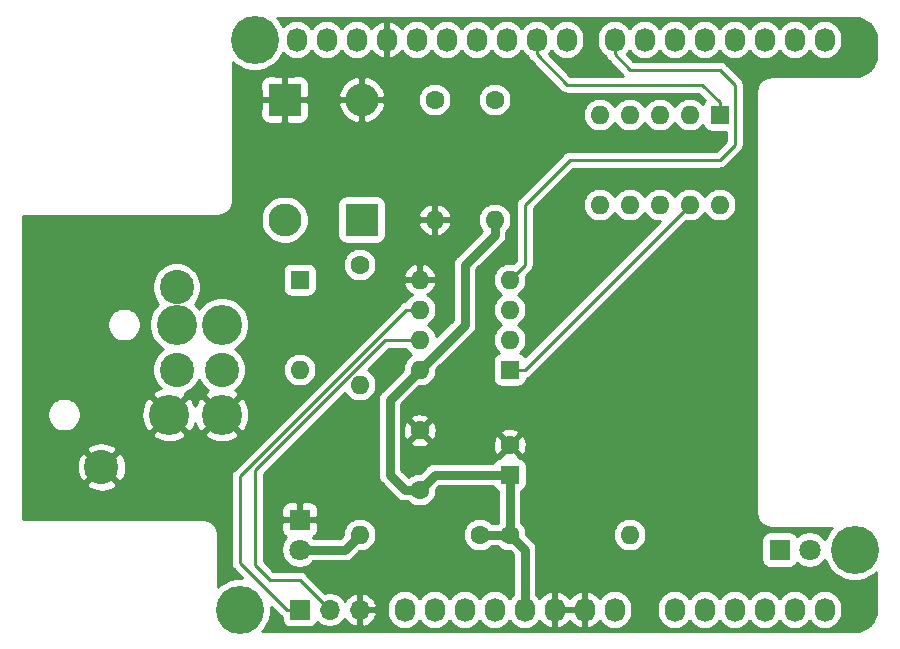
<source format=gbr>
G04 #@! TF.GenerationSoftware,KiCad,Pcbnew,(5.1.5)-3*
G04 #@! TF.CreationDate,2020-07-14T23:57:43+01:00*
G04 #@! TF.ProjectId,dmxhat,646d7868-6174-42e6-9b69-6361645f7063,rev?*
G04 #@! TF.SameCoordinates,Original*
G04 #@! TF.FileFunction,Copper,L2,Bot*
G04 #@! TF.FilePolarity,Positive*
%FSLAX46Y46*%
G04 Gerber Fmt 4.6, Leading zero omitted, Abs format (unit mm)*
G04 Created by KiCad (PCBNEW (5.1.5)-3) date 2020-07-14 23:57:43*
%MOMM*%
%LPD*%
G04 APERTURE LIST*
%ADD10C,2.900000*%
%ADD11C,3.400000*%
%ADD12O,1.700000X1.700000*%
%ADD13R,1.700000X1.700000*%
%ADD14C,1.800000*%
%ADD15R,1.800000X1.800000*%
%ADD16O,1.600000X1.600000*%
%ADD17C,1.600000*%
%ADD18R,1.600000X1.600000*%
%ADD19O,2.800000X2.800000*%
%ADD20R,2.800000X2.800000*%
%ADD21O,1.727200X2.032000*%
%ADD22C,4.064000*%
%ADD23C,0.750000*%
%ADD24C,0.250000*%
%ADD25C,0.254000*%
G04 APERTURE END LIST*
D10*
X123449000Y-103505000D03*
X113279000Y-111755000D03*
D11*
X123449000Y-99695000D03*
D10*
X119634000Y-96525000D03*
X119634000Y-103505000D03*
D11*
X123449000Y-107315000D03*
X119634000Y-99695000D03*
X118999000Y-107315000D03*
D12*
X135128000Y-123825000D03*
X132588000Y-123825000D03*
D13*
X130048000Y-123825000D03*
D14*
X130048000Y-118745000D03*
D15*
X130048000Y-116205000D03*
D16*
X135128000Y-117475000D03*
D17*
X145288000Y-117475000D03*
D16*
X130048000Y-103505000D03*
D18*
X130048000Y-95885000D03*
D19*
X135298000Y-80645000D03*
D20*
X135298000Y-90805000D03*
D19*
X128778000Y-90805000D03*
D20*
X128778000Y-80645000D03*
D16*
X165608000Y-89535000D03*
X155448000Y-81915000D03*
X163068000Y-89535000D03*
X157988000Y-81915000D03*
X160528000Y-89535000D03*
X160528000Y-81915000D03*
X157988000Y-89535000D03*
X163068000Y-81915000D03*
X155448000Y-89535000D03*
D18*
X165608000Y-81915000D03*
D17*
X147828000Y-109895000D03*
D18*
X147828000Y-112395000D03*
D17*
X140208000Y-108665000D03*
X140208000Y-113665000D03*
D16*
X157988000Y-117475000D03*
D17*
X147828000Y-117475000D03*
D14*
X173228000Y-118745000D03*
D15*
X170688000Y-118745000D03*
D16*
X146558000Y-90805000D03*
D17*
X146558000Y-80645000D03*
D16*
X141478000Y-90805000D03*
D17*
X141478000Y-80645000D03*
D16*
X135128000Y-104775000D03*
D17*
X135128000Y-94615000D03*
D16*
X140208000Y-103505000D03*
X147828000Y-95885000D03*
X140208000Y-100965000D03*
X147828000Y-98425000D03*
X140208000Y-98425000D03*
X147828000Y-100965000D03*
X140208000Y-95885000D03*
D18*
X147828000Y-103505000D03*
D21*
X138938000Y-123825000D03*
X141478000Y-123825000D03*
X144018000Y-123825000D03*
X146558000Y-123825000D03*
X149098000Y-123825000D03*
X151638000Y-123825000D03*
X154178000Y-123825000D03*
X156718000Y-123825000D03*
X161798000Y-123825000D03*
X164338000Y-123825000D03*
X166878000Y-123825000D03*
X169418000Y-123825000D03*
X171958000Y-123825000D03*
X174498000Y-123825000D03*
X129794000Y-75565000D03*
X132334000Y-75565000D03*
X134874000Y-75565000D03*
X137414000Y-75565000D03*
X139954000Y-75565000D03*
X142494000Y-75565000D03*
X145034000Y-75565000D03*
X147574000Y-75565000D03*
X150114000Y-75565000D03*
X152654000Y-75565000D03*
X156718000Y-75565000D03*
X159258000Y-75565000D03*
X161798000Y-75565000D03*
X164338000Y-75565000D03*
X166878000Y-75565000D03*
X169418000Y-75565000D03*
X171958000Y-75565000D03*
X174498000Y-75565000D03*
D22*
X124968000Y-123825000D03*
X177038000Y-118745000D03*
X126238000Y-75565000D03*
D23*
X149098000Y-118745000D02*
X147828000Y-117475000D01*
X149098000Y-123825000D02*
X149098000Y-118745000D01*
X147828000Y-117475000D02*
X147828000Y-112395000D01*
X141478000Y-112395000D02*
X140208000Y-113665000D01*
X147828000Y-112395000D02*
X141478000Y-112395000D01*
X140208000Y-113665000D02*
X138938000Y-113665000D01*
X138938000Y-113665000D02*
X137668000Y-112395000D01*
X137668000Y-106045000D02*
X140208000Y-103505000D01*
X137668000Y-112395000D02*
X137668000Y-106045000D01*
X146558000Y-92075000D02*
X146558000Y-90805000D01*
X144018000Y-94615000D02*
X146558000Y-92075000D01*
X140208000Y-103505000D02*
X144018000Y-99695000D01*
X144018000Y-99695000D02*
X144018000Y-94615000D01*
X147828000Y-117475000D02*
X145288000Y-117475000D01*
D24*
X164118000Y-79375000D02*
X152658000Y-79375000D01*
X150114000Y-76831000D02*
X150114000Y-75565000D01*
X165608000Y-80865000D02*
X164118000Y-79375000D01*
X152658000Y-79375000D02*
X150114000Y-76831000D01*
X165608000Y-81915000D02*
X165608000Y-80865000D01*
X149098000Y-94615000D02*
X147828000Y-95885000D01*
X149098000Y-89535000D02*
X149098000Y-94615000D01*
X152908000Y-85725000D02*
X149098000Y-89535000D01*
X165608000Y-85725000D02*
X152908000Y-85725000D01*
X156718000Y-75565000D02*
X156718000Y-76831000D01*
X156718000Y-76831000D02*
X157992000Y-78105000D01*
X157992000Y-78105000D02*
X165608000Y-78105000D01*
X165608000Y-78105000D02*
X166878000Y-79375000D01*
X166878000Y-84455000D02*
X165608000Y-85725000D01*
X166878000Y-79375000D02*
X166878000Y-84455000D01*
X149098000Y-103505000D02*
X147828000Y-103505000D01*
X163068000Y-89535000D02*
X149098000Y-103505000D01*
X128948000Y-123825000D02*
X124968000Y-119845000D01*
X130048000Y-123825000D02*
X128948000Y-123825000D01*
X139076630Y-98425000D02*
X140208000Y-98425000D01*
X124968000Y-112533630D02*
X139076630Y-98425000D01*
X124968000Y-119845000D02*
X124968000Y-112533630D01*
X139076630Y-100965000D02*
X140208000Y-100965000D01*
X137272998Y-100965000D02*
X139076630Y-100965000D01*
X132588000Y-123825000D02*
X130048000Y-121285000D01*
X126238000Y-120015000D02*
X126238000Y-111999998D01*
X127508000Y-121285000D02*
X126238000Y-120015000D01*
X130048000Y-121285000D02*
X127508000Y-121285000D01*
X126238000Y-111999998D02*
X137272998Y-100965000D01*
D23*
X133858000Y-118745000D02*
X130048000Y-118745000D01*
X135128000Y-117475000D02*
X133858000Y-118745000D01*
D25*
G36*
X177392785Y-73773191D02*
G01*
X177734060Y-73876228D01*
X178048822Y-74043590D01*
X178325083Y-74268903D01*
X178552317Y-74543582D01*
X178721870Y-74857164D01*
X178827286Y-75197708D01*
X178868001Y-75585082D01*
X178868000Y-76800279D01*
X178829809Y-77189784D01*
X178726771Y-77531063D01*
X178559409Y-77845825D01*
X178334097Y-78122083D01*
X178059418Y-78349317D01*
X177745838Y-78518869D01*
X177405288Y-78624287D01*
X177017928Y-78665000D01*
X170018123Y-78665000D01*
X169988032Y-78667964D01*
X169984213Y-78667937D01*
X169974347Y-78668905D01*
X169851096Y-78681860D01*
X169788074Y-78694797D01*
X169724854Y-78706857D01*
X169715364Y-78709722D01*
X169596976Y-78746369D01*
X169537660Y-78771303D01*
X169477988Y-78795412D01*
X169469236Y-78800066D01*
X169360221Y-78859010D01*
X169306877Y-78894991D01*
X169253025Y-78930231D01*
X169245342Y-78936496D01*
X169149853Y-79015492D01*
X169104537Y-79061125D01*
X169058532Y-79106176D01*
X169052219Y-79113809D01*
X169052213Y-79113815D01*
X169052209Y-79113822D01*
X168973886Y-79209853D01*
X168938296Y-79263421D01*
X168901917Y-79316550D01*
X168897203Y-79325271D01*
X168839021Y-79434694D01*
X168814505Y-79494174D01*
X168789148Y-79553337D01*
X168786216Y-79562807D01*
X168750396Y-79681448D01*
X168737903Y-79744542D01*
X168724517Y-79807521D01*
X168723481Y-79817380D01*
X168711388Y-79940719D01*
X168711388Y-79940733D01*
X168708001Y-79975123D01*
X168708000Y-115604876D01*
X168710964Y-115634968D01*
X168710937Y-115638787D01*
X168711905Y-115648653D01*
X168724860Y-115771904D01*
X168737798Y-115834932D01*
X168749857Y-115898146D01*
X168752722Y-115907636D01*
X168789369Y-116026023D01*
X168814293Y-116085314D01*
X168838412Y-116145012D01*
X168843066Y-116153764D01*
X168902010Y-116262779D01*
X168937973Y-116316096D01*
X168973230Y-116369975D01*
X168979496Y-116377657D01*
X169058492Y-116473147D01*
X169104144Y-116518482D01*
X169149176Y-116564467D01*
X169156814Y-116570786D01*
X169252853Y-116649114D01*
X169306447Y-116684722D01*
X169359550Y-116721082D01*
X169368270Y-116725797D01*
X169477694Y-116783979D01*
X169537162Y-116808490D01*
X169596337Y-116833852D01*
X169605807Y-116836784D01*
X169724447Y-116872603D01*
X169787544Y-116885097D01*
X169850521Y-116898483D01*
X169860380Y-116899519D01*
X169983719Y-116911612D01*
X169983723Y-116911612D01*
X170018123Y-116915000D01*
X175096293Y-116915000D01*
X174966406Y-117044887D01*
X174674536Y-117481702D01*
X174504427Y-117892382D01*
X174420312Y-117766495D01*
X174206505Y-117552688D01*
X173955095Y-117384701D01*
X173675743Y-117268989D01*
X173379184Y-117210000D01*
X173076816Y-117210000D01*
X172780257Y-117268989D01*
X172500905Y-117384701D01*
X172249495Y-117552688D01*
X172183056Y-117619127D01*
X172177502Y-117600820D01*
X172118537Y-117490506D01*
X172039185Y-117393815D01*
X171942494Y-117314463D01*
X171832180Y-117255498D01*
X171712482Y-117219188D01*
X171588000Y-117206928D01*
X169788000Y-117206928D01*
X169663518Y-117219188D01*
X169543820Y-117255498D01*
X169433506Y-117314463D01*
X169336815Y-117393815D01*
X169257463Y-117490506D01*
X169198498Y-117600820D01*
X169162188Y-117720518D01*
X169149928Y-117845000D01*
X169149928Y-119645000D01*
X169162188Y-119769482D01*
X169198498Y-119889180D01*
X169257463Y-119999494D01*
X169336815Y-120096185D01*
X169433506Y-120175537D01*
X169543820Y-120234502D01*
X169663518Y-120270812D01*
X169788000Y-120283072D01*
X171588000Y-120283072D01*
X171712482Y-120270812D01*
X171832180Y-120234502D01*
X171942494Y-120175537D01*
X172039185Y-120096185D01*
X172118537Y-119999494D01*
X172177502Y-119889180D01*
X172183056Y-119870873D01*
X172249495Y-119937312D01*
X172500905Y-120105299D01*
X172780257Y-120221011D01*
X173076816Y-120280000D01*
X173379184Y-120280000D01*
X173675743Y-120221011D01*
X173955095Y-120105299D01*
X174206505Y-119937312D01*
X174420312Y-119723505D01*
X174504427Y-119597618D01*
X174674536Y-120008298D01*
X174966406Y-120445113D01*
X175337887Y-120816594D01*
X175774702Y-121108464D01*
X176260065Y-121309508D01*
X176775323Y-121412000D01*
X177300677Y-121412000D01*
X177815935Y-121309508D01*
X178301298Y-121108464D01*
X178738113Y-120816594D01*
X178868001Y-120686706D01*
X178868000Y-123790279D01*
X178829809Y-124179784D01*
X178726771Y-124521063D01*
X178559409Y-124835825D01*
X178334097Y-125112083D01*
X178059418Y-125339317D01*
X177745838Y-125508869D01*
X177405288Y-125614287D01*
X177017928Y-125655000D01*
X126909707Y-125655000D01*
X127039594Y-125525113D01*
X127331464Y-125088298D01*
X127532508Y-124602935D01*
X127635000Y-124087677D01*
X127635000Y-123586802D01*
X128384201Y-124336003D01*
X128407999Y-124365001D01*
X128436997Y-124388799D01*
X128523723Y-124459974D01*
X128559928Y-124479326D01*
X128559928Y-124675000D01*
X128572188Y-124799482D01*
X128608498Y-124919180D01*
X128667463Y-125029494D01*
X128746815Y-125126185D01*
X128843506Y-125205537D01*
X128953820Y-125264502D01*
X129073518Y-125300812D01*
X129198000Y-125313072D01*
X130898000Y-125313072D01*
X131022482Y-125300812D01*
X131142180Y-125264502D01*
X131252494Y-125205537D01*
X131349185Y-125126185D01*
X131428537Y-125029494D01*
X131487502Y-124919180D01*
X131509513Y-124846620D01*
X131641368Y-124978475D01*
X131884589Y-125140990D01*
X132154842Y-125252932D01*
X132441740Y-125310000D01*
X132734260Y-125310000D01*
X133021158Y-125252932D01*
X133291411Y-125140990D01*
X133534632Y-124978475D01*
X133741475Y-124771632D01*
X133863195Y-124589466D01*
X133932822Y-124706355D01*
X134127731Y-124922588D01*
X134361080Y-125096641D01*
X134623901Y-125221825D01*
X134771110Y-125266476D01*
X135001000Y-125145155D01*
X135001000Y-123952000D01*
X135255000Y-123952000D01*
X135255000Y-125145155D01*
X135484890Y-125266476D01*
X135632099Y-125221825D01*
X135894920Y-125096641D01*
X136128269Y-124922588D01*
X136323178Y-124706355D01*
X136472157Y-124456252D01*
X136569481Y-124181891D01*
X136448814Y-123952000D01*
X135255000Y-123952000D01*
X135001000Y-123952000D01*
X134981000Y-123952000D01*
X134981000Y-123698000D01*
X135001000Y-123698000D01*
X135001000Y-122504845D01*
X135255000Y-122504845D01*
X135255000Y-123698000D01*
X136448814Y-123698000D01*
X136569481Y-123468109D01*
X136472157Y-123193748D01*
X136323178Y-122943645D01*
X136128269Y-122727412D01*
X135894920Y-122553359D01*
X135632099Y-122428175D01*
X135484890Y-122383524D01*
X135255000Y-122504845D01*
X135001000Y-122504845D01*
X134771110Y-122383524D01*
X134623901Y-122428175D01*
X134361080Y-122553359D01*
X134127731Y-122727412D01*
X133932822Y-122943645D01*
X133863195Y-123060534D01*
X133741475Y-122878368D01*
X133534632Y-122671525D01*
X133291411Y-122509010D01*
X133021158Y-122397068D01*
X132734260Y-122340000D01*
X132441740Y-122340000D01*
X132221593Y-122383790D01*
X130611804Y-120774003D01*
X130588001Y-120744999D01*
X130472276Y-120650026D01*
X130340247Y-120579454D01*
X130196986Y-120535997D01*
X130085333Y-120525000D01*
X130085322Y-120525000D01*
X130048000Y-120521324D01*
X130010678Y-120525000D01*
X127822802Y-120525000D01*
X126998000Y-119700199D01*
X126998000Y-117105000D01*
X128509928Y-117105000D01*
X128522188Y-117229482D01*
X128558498Y-117349180D01*
X128617463Y-117459494D01*
X128696815Y-117556185D01*
X128793506Y-117635537D01*
X128903820Y-117694502D01*
X128922127Y-117700056D01*
X128855688Y-117766495D01*
X128687701Y-118017905D01*
X128571989Y-118297257D01*
X128513000Y-118593816D01*
X128513000Y-118896184D01*
X128571989Y-119192743D01*
X128687701Y-119472095D01*
X128855688Y-119723505D01*
X129069495Y-119937312D01*
X129320905Y-120105299D01*
X129600257Y-120221011D01*
X129896816Y-120280000D01*
X130199184Y-120280000D01*
X130495743Y-120221011D01*
X130775095Y-120105299D01*
X131026505Y-119937312D01*
X131208817Y-119755000D01*
X133808392Y-119755000D01*
X133858000Y-119759886D01*
X134055994Y-119740385D01*
X134111640Y-119723505D01*
X134246380Y-119682632D01*
X134421840Y-119588847D01*
X134575633Y-119462633D01*
X134607261Y-119424094D01*
X135121355Y-118910000D01*
X135269335Y-118910000D01*
X135546574Y-118854853D01*
X135807727Y-118746680D01*
X136042759Y-118589637D01*
X136242637Y-118389759D01*
X136399680Y-118154727D01*
X136507853Y-117893574D01*
X136563000Y-117616335D01*
X136563000Y-117333665D01*
X136507853Y-117056426D01*
X136399680Y-116795273D01*
X136242637Y-116560241D01*
X136042759Y-116360363D01*
X135807727Y-116203320D01*
X135546574Y-116095147D01*
X135269335Y-116040000D01*
X134986665Y-116040000D01*
X134709426Y-116095147D01*
X134448273Y-116203320D01*
X134213241Y-116360363D01*
X134013363Y-116560241D01*
X133856320Y-116795273D01*
X133748147Y-117056426D01*
X133693000Y-117333665D01*
X133693000Y-117481645D01*
X133439645Y-117735000D01*
X131208817Y-117735000D01*
X131173873Y-117700056D01*
X131192180Y-117694502D01*
X131302494Y-117635537D01*
X131399185Y-117556185D01*
X131478537Y-117459494D01*
X131537502Y-117349180D01*
X131573812Y-117229482D01*
X131586072Y-117105000D01*
X131583000Y-116490750D01*
X131424250Y-116332000D01*
X130175000Y-116332000D01*
X130175000Y-116352000D01*
X129921000Y-116352000D01*
X129921000Y-116332000D01*
X128671750Y-116332000D01*
X128513000Y-116490750D01*
X128509928Y-117105000D01*
X126998000Y-117105000D01*
X126998000Y-115305000D01*
X128509928Y-115305000D01*
X128513000Y-115919250D01*
X128671750Y-116078000D01*
X129921000Y-116078000D01*
X129921000Y-114828750D01*
X130175000Y-114828750D01*
X130175000Y-116078000D01*
X131424250Y-116078000D01*
X131583000Y-115919250D01*
X131586072Y-115305000D01*
X131573812Y-115180518D01*
X131537502Y-115060820D01*
X131478537Y-114950506D01*
X131399185Y-114853815D01*
X131302494Y-114774463D01*
X131192180Y-114715498D01*
X131072482Y-114679188D01*
X130948000Y-114666928D01*
X130333750Y-114670000D01*
X130175000Y-114828750D01*
X129921000Y-114828750D01*
X129762250Y-114670000D01*
X129148000Y-114666928D01*
X129023518Y-114679188D01*
X128903820Y-114715498D01*
X128793506Y-114774463D01*
X128696815Y-114853815D01*
X128617463Y-114950506D01*
X128558498Y-115060820D01*
X128522188Y-115180518D01*
X128509928Y-115305000D01*
X126998000Y-115305000D01*
X126998000Y-112314799D01*
X133857022Y-105455778D01*
X134013363Y-105689759D01*
X134213241Y-105889637D01*
X134448273Y-106046680D01*
X134709426Y-106154853D01*
X134986665Y-106210000D01*
X135269335Y-106210000D01*
X135546574Y-106154853D01*
X135807727Y-106046680D01*
X136042759Y-105889637D01*
X136242637Y-105689759D01*
X136399680Y-105454727D01*
X136507853Y-105193574D01*
X136563000Y-104916335D01*
X136563000Y-104633665D01*
X136507853Y-104356426D01*
X136399680Y-104095273D01*
X136242637Y-103860241D01*
X136042759Y-103660363D01*
X135808778Y-103504022D01*
X137587800Y-101725000D01*
X138989957Y-101725000D01*
X139093363Y-101879759D01*
X139293241Y-102079637D01*
X139525759Y-102235000D01*
X139293241Y-102390363D01*
X139093363Y-102590241D01*
X138936320Y-102825273D01*
X138828147Y-103086426D01*
X138773000Y-103363665D01*
X138773000Y-103511644D01*
X136988901Y-105295744D01*
X136950368Y-105327367D01*
X136918745Y-105365900D01*
X136918744Y-105365901D01*
X136824154Y-105481160D01*
X136730368Y-105656621D01*
X136672615Y-105847006D01*
X136653114Y-106045000D01*
X136658001Y-106094618D01*
X136658000Y-112345392D01*
X136653114Y-112395000D01*
X136672615Y-112592994D01*
X136706757Y-112705544D01*
X136730368Y-112783379D01*
X136824153Y-112958840D01*
X136950367Y-113112633D01*
X136988906Y-113144261D01*
X138188739Y-114344094D01*
X138220367Y-114382633D01*
X138374160Y-114508847D01*
X138549620Y-114602632D01*
X138740006Y-114660385D01*
X138888392Y-114675000D01*
X138888394Y-114675000D01*
X138937999Y-114679886D01*
X138987604Y-114675000D01*
X139188604Y-114675000D01*
X139293241Y-114779637D01*
X139528273Y-114936680D01*
X139789426Y-115044853D01*
X140066665Y-115100000D01*
X140349335Y-115100000D01*
X140626574Y-115044853D01*
X140887727Y-114936680D01*
X141122759Y-114779637D01*
X141322637Y-114579759D01*
X141479680Y-114344727D01*
X141587853Y-114083574D01*
X141643000Y-113806335D01*
X141643000Y-113658355D01*
X141896355Y-113405000D01*
X146428130Y-113405000D01*
X146438498Y-113439180D01*
X146497463Y-113549494D01*
X146576815Y-113646185D01*
X146673506Y-113725537D01*
X146783820Y-113784502D01*
X146818001Y-113794871D01*
X146818000Y-116455604D01*
X146808604Y-116465000D01*
X146307396Y-116465000D01*
X146202759Y-116360363D01*
X145967727Y-116203320D01*
X145706574Y-116095147D01*
X145429335Y-116040000D01*
X145146665Y-116040000D01*
X144869426Y-116095147D01*
X144608273Y-116203320D01*
X144373241Y-116360363D01*
X144173363Y-116560241D01*
X144016320Y-116795273D01*
X143908147Y-117056426D01*
X143853000Y-117333665D01*
X143853000Y-117616335D01*
X143908147Y-117893574D01*
X144016320Y-118154727D01*
X144173363Y-118389759D01*
X144373241Y-118589637D01*
X144608273Y-118746680D01*
X144869426Y-118854853D01*
X145146665Y-118910000D01*
X145429335Y-118910000D01*
X145706574Y-118854853D01*
X145967727Y-118746680D01*
X146202759Y-118589637D01*
X146307396Y-118485000D01*
X146808604Y-118485000D01*
X146913241Y-118589637D01*
X147148273Y-118746680D01*
X147409426Y-118854853D01*
X147686665Y-118910000D01*
X147834645Y-118910000D01*
X148088001Y-119163356D01*
X148088000Y-122562832D01*
X148033203Y-122607803D01*
X147845931Y-122835995D01*
X147828000Y-122869541D01*
X147810069Y-122835994D01*
X147622797Y-122607803D01*
X147394605Y-122420531D01*
X147134263Y-122281375D01*
X146851776Y-122195684D01*
X146558000Y-122166749D01*
X146264223Y-122195684D01*
X145981736Y-122281375D01*
X145721394Y-122420531D01*
X145493203Y-122607803D01*
X145305931Y-122835995D01*
X145288000Y-122869541D01*
X145270069Y-122835994D01*
X145082797Y-122607803D01*
X144854605Y-122420531D01*
X144594263Y-122281375D01*
X144311776Y-122195684D01*
X144018000Y-122166749D01*
X143724223Y-122195684D01*
X143441736Y-122281375D01*
X143181394Y-122420531D01*
X142953203Y-122607803D01*
X142765931Y-122835995D01*
X142748000Y-122869541D01*
X142730069Y-122835994D01*
X142542797Y-122607803D01*
X142314605Y-122420531D01*
X142054263Y-122281375D01*
X141771776Y-122195684D01*
X141478000Y-122166749D01*
X141184223Y-122195684D01*
X140901736Y-122281375D01*
X140641394Y-122420531D01*
X140413203Y-122607803D01*
X140225931Y-122835995D01*
X140208000Y-122869541D01*
X140190069Y-122835994D01*
X140002797Y-122607803D01*
X139774605Y-122420531D01*
X139514263Y-122281375D01*
X139231776Y-122195684D01*
X138938000Y-122166749D01*
X138644223Y-122195684D01*
X138361736Y-122281375D01*
X138101394Y-122420531D01*
X137873203Y-122607803D01*
X137685931Y-122835995D01*
X137546775Y-123096337D01*
X137461084Y-123378824D01*
X137439400Y-123598982D01*
X137439400Y-124051019D01*
X137461084Y-124271177D01*
X137546775Y-124553664D01*
X137685931Y-124814006D01*
X137873203Y-125042197D01*
X138101395Y-125229469D01*
X138361737Y-125368625D01*
X138644224Y-125454316D01*
X138938000Y-125483251D01*
X139231777Y-125454316D01*
X139514264Y-125368625D01*
X139774606Y-125229469D01*
X140002797Y-125042197D01*
X140190069Y-124814006D01*
X140208000Y-124780459D01*
X140225931Y-124814006D01*
X140413203Y-125042197D01*
X140641395Y-125229469D01*
X140901737Y-125368625D01*
X141184224Y-125454316D01*
X141478000Y-125483251D01*
X141771777Y-125454316D01*
X142054264Y-125368625D01*
X142314606Y-125229469D01*
X142542797Y-125042197D01*
X142730069Y-124814006D01*
X142748000Y-124780459D01*
X142765931Y-124814006D01*
X142953203Y-125042197D01*
X143181395Y-125229469D01*
X143441737Y-125368625D01*
X143724224Y-125454316D01*
X144018000Y-125483251D01*
X144311777Y-125454316D01*
X144594264Y-125368625D01*
X144854606Y-125229469D01*
X145082797Y-125042197D01*
X145270069Y-124814006D01*
X145288000Y-124780459D01*
X145305931Y-124814006D01*
X145493203Y-125042197D01*
X145721395Y-125229469D01*
X145981737Y-125368625D01*
X146264224Y-125454316D01*
X146558000Y-125483251D01*
X146851777Y-125454316D01*
X147134264Y-125368625D01*
X147394606Y-125229469D01*
X147622797Y-125042197D01*
X147810069Y-124814006D01*
X147828000Y-124780459D01*
X147845931Y-124814006D01*
X148033203Y-125042197D01*
X148261395Y-125229469D01*
X148521737Y-125368625D01*
X148804224Y-125454316D01*
X149098000Y-125483251D01*
X149391777Y-125454316D01*
X149674264Y-125368625D01*
X149934606Y-125229469D01*
X150162797Y-125042197D01*
X150350069Y-124814006D01*
X150371424Y-124774053D01*
X150519514Y-124976729D01*
X150735965Y-125175733D01*
X150987081Y-125328686D01*
X151263211Y-125429709D01*
X151278974Y-125432358D01*
X151511000Y-125311217D01*
X151511000Y-123952000D01*
X151765000Y-123952000D01*
X151765000Y-125311217D01*
X151997026Y-125432358D01*
X152012789Y-125429709D01*
X152288919Y-125328686D01*
X152540035Y-125175733D01*
X152756486Y-124976729D01*
X152908000Y-124769367D01*
X153059514Y-124976729D01*
X153275965Y-125175733D01*
X153527081Y-125328686D01*
X153803211Y-125429709D01*
X153818974Y-125432358D01*
X154051000Y-125311217D01*
X154051000Y-123952000D01*
X151765000Y-123952000D01*
X151511000Y-123952000D01*
X151491000Y-123952000D01*
X151491000Y-123698000D01*
X151511000Y-123698000D01*
X151511000Y-122338783D01*
X151765000Y-122338783D01*
X151765000Y-123698000D01*
X154051000Y-123698000D01*
X154051000Y-122338783D01*
X154305000Y-122338783D01*
X154305000Y-123698000D01*
X154325000Y-123698000D01*
X154325000Y-123952000D01*
X154305000Y-123952000D01*
X154305000Y-125311217D01*
X154537026Y-125432358D01*
X154552789Y-125429709D01*
X154828919Y-125328686D01*
X155080035Y-125175733D01*
X155296486Y-124976729D01*
X155444576Y-124774053D01*
X155465931Y-124814006D01*
X155653203Y-125042197D01*
X155881395Y-125229469D01*
X156141737Y-125368625D01*
X156424224Y-125454316D01*
X156718000Y-125483251D01*
X157011777Y-125454316D01*
X157294264Y-125368625D01*
X157554606Y-125229469D01*
X157782797Y-125042197D01*
X157970069Y-124814006D01*
X158109225Y-124553663D01*
X158194916Y-124271176D01*
X158216600Y-124051018D01*
X158216600Y-123598982D01*
X160299400Y-123598982D01*
X160299400Y-124051019D01*
X160321084Y-124271177D01*
X160406775Y-124553664D01*
X160545931Y-124814006D01*
X160733203Y-125042197D01*
X160961395Y-125229469D01*
X161221737Y-125368625D01*
X161504224Y-125454316D01*
X161798000Y-125483251D01*
X162091777Y-125454316D01*
X162374264Y-125368625D01*
X162634606Y-125229469D01*
X162862797Y-125042197D01*
X163050069Y-124814006D01*
X163068000Y-124780459D01*
X163085931Y-124814006D01*
X163273203Y-125042197D01*
X163501395Y-125229469D01*
X163761737Y-125368625D01*
X164044224Y-125454316D01*
X164338000Y-125483251D01*
X164631777Y-125454316D01*
X164914264Y-125368625D01*
X165174606Y-125229469D01*
X165402797Y-125042197D01*
X165590069Y-124814006D01*
X165608000Y-124780459D01*
X165625931Y-124814006D01*
X165813203Y-125042197D01*
X166041395Y-125229469D01*
X166301737Y-125368625D01*
X166584224Y-125454316D01*
X166878000Y-125483251D01*
X167171777Y-125454316D01*
X167454264Y-125368625D01*
X167714606Y-125229469D01*
X167942797Y-125042197D01*
X168130069Y-124814006D01*
X168148000Y-124780459D01*
X168165931Y-124814006D01*
X168353203Y-125042197D01*
X168581395Y-125229469D01*
X168841737Y-125368625D01*
X169124224Y-125454316D01*
X169418000Y-125483251D01*
X169711777Y-125454316D01*
X169994264Y-125368625D01*
X170254606Y-125229469D01*
X170482797Y-125042197D01*
X170670069Y-124814006D01*
X170688000Y-124780459D01*
X170705931Y-124814006D01*
X170893203Y-125042197D01*
X171121395Y-125229469D01*
X171381737Y-125368625D01*
X171664224Y-125454316D01*
X171958000Y-125483251D01*
X172251777Y-125454316D01*
X172534264Y-125368625D01*
X172794606Y-125229469D01*
X173022797Y-125042197D01*
X173210069Y-124814006D01*
X173228000Y-124780459D01*
X173245931Y-124814006D01*
X173433203Y-125042197D01*
X173661395Y-125229469D01*
X173921737Y-125368625D01*
X174204224Y-125454316D01*
X174498000Y-125483251D01*
X174791777Y-125454316D01*
X175074264Y-125368625D01*
X175334606Y-125229469D01*
X175562797Y-125042197D01*
X175750069Y-124814006D01*
X175889225Y-124553663D01*
X175974916Y-124271176D01*
X175996600Y-124051018D01*
X175996600Y-123598981D01*
X175974916Y-123378823D01*
X175889225Y-123096336D01*
X175750069Y-122835994D01*
X175562797Y-122607803D01*
X175334605Y-122420531D01*
X175074263Y-122281375D01*
X174791776Y-122195684D01*
X174498000Y-122166749D01*
X174204223Y-122195684D01*
X173921736Y-122281375D01*
X173661394Y-122420531D01*
X173433203Y-122607803D01*
X173245931Y-122835995D01*
X173228000Y-122869541D01*
X173210069Y-122835994D01*
X173022797Y-122607803D01*
X172794605Y-122420531D01*
X172534263Y-122281375D01*
X172251776Y-122195684D01*
X171958000Y-122166749D01*
X171664223Y-122195684D01*
X171381736Y-122281375D01*
X171121394Y-122420531D01*
X170893203Y-122607803D01*
X170705931Y-122835995D01*
X170688000Y-122869541D01*
X170670069Y-122835994D01*
X170482797Y-122607803D01*
X170254605Y-122420531D01*
X169994263Y-122281375D01*
X169711776Y-122195684D01*
X169418000Y-122166749D01*
X169124223Y-122195684D01*
X168841736Y-122281375D01*
X168581394Y-122420531D01*
X168353203Y-122607803D01*
X168165931Y-122835995D01*
X168148000Y-122869541D01*
X168130069Y-122835994D01*
X167942797Y-122607803D01*
X167714605Y-122420531D01*
X167454263Y-122281375D01*
X167171776Y-122195684D01*
X166878000Y-122166749D01*
X166584223Y-122195684D01*
X166301736Y-122281375D01*
X166041394Y-122420531D01*
X165813203Y-122607803D01*
X165625931Y-122835995D01*
X165608000Y-122869541D01*
X165590069Y-122835994D01*
X165402797Y-122607803D01*
X165174605Y-122420531D01*
X164914263Y-122281375D01*
X164631776Y-122195684D01*
X164338000Y-122166749D01*
X164044223Y-122195684D01*
X163761736Y-122281375D01*
X163501394Y-122420531D01*
X163273203Y-122607803D01*
X163085931Y-122835995D01*
X163068000Y-122869541D01*
X163050069Y-122835994D01*
X162862797Y-122607803D01*
X162634605Y-122420531D01*
X162374263Y-122281375D01*
X162091776Y-122195684D01*
X161798000Y-122166749D01*
X161504223Y-122195684D01*
X161221736Y-122281375D01*
X160961394Y-122420531D01*
X160733203Y-122607803D01*
X160545931Y-122835995D01*
X160406775Y-123096337D01*
X160321084Y-123378824D01*
X160299400Y-123598982D01*
X158216600Y-123598982D01*
X158216600Y-123598981D01*
X158194916Y-123378823D01*
X158109225Y-123096336D01*
X157970069Y-122835994D01*
X157782797Y-122607803D01*
X157554605Y-122420531D01*
X157294263Y-122281375D01*
X157011776Y-122195684D01*
X156718000Y-122166749D01*
X156424223Y-122195684D01*
X156141736Y-122281375D01*
X155881394Y-122420531D01*
X155653203Y-122607803D01*
X155465931Y-122835995D01*
X155444576Y-122875947D01*
X155296486Y-122673271D01*
X155080035Y-122474267D01*
X154828919Y-122321314D01*
X154552789Y-122220291D01*
X154537026Y-122217642D01*
X154305000Y-122338783D01*
X154051000Y-122338783D01*
X153818974Y-122217642D01*
X153803211Y-122220291D01*
X153527081Y-122321314D01*
X153275965Y-122474267D01*
X153059514Y-122673271D01*
X152908000Y-122880633D01*
X152756486Y-122673271D01*
X152540035Y-122474267D01*
X152288919Y-122321314D01*
X152012789Y-122220291D01*
X151997026Y-122217642D01*
X151765000Y-122338783D01*
X151511000Y-122338783D01*
X151278974Y-122217642D01*
X151263211Y-122220291D01*
X150987081Y-122321314D01*
X150735965Y-122474267D01*
X150519514Y-122673271D01*
X150371424Y-122875947D01*
X150350069Y-122835994D01*
X150162797Y-122607803D01*
X150108000Y-122562832D01*
X150108000Y-118794604D01*
X150112886Y-118744999D01*
X150107157Y-118686834D01*
X150093385Y-118547006D01*
X150035632Y-118356620D01*
X149941847Y-118181160D01*
X149815633Y-118027367D01*
X149777094Y-117995739D01*
X149263000Y-117481645D01*
X149263000Y-117333665D01*
X156553000Y-117333665D01*
X156553000Y-117616335D01*
X156608147Y-117893574D01*
X156716320Y-118154727D01*
X156873363Y-118389759D01*
X157073241Y-118589637D01*
X157308273Y-118746680D01*
X157569426Y-118854853D01*
X157846665Y-118910000D01*
X158129335Y-118910000D01*
X158406574Y-118854853D01*
X158667727Y-118746680D01*
X158902759Y-118589637D01*
X159102637Y-118389759D01*
X159259680Y-118154727D01*
X159367853Y-117893574D01*
X159423000Y-117616335D01*
X159423000Y-117333665D01*
X159367853Y-117056426D01*
X159259680Y-116795273D01*
X159102637Y-116560241D01*
X158902759Y-116360363D01*
X158667727Y-116203320D01*
X158406574Y-116095147D01*
X158129335Y-116040000D01*
X157846665Y-116040000D01*
X157569426Y-116095147D01*
X157308273Y-116203320D01*
X157073241Y-116360363D01*
X156873363Y-116560241D01*
X156716320Y-116795273D01*
X156608147Y-117056426D01*
X156553000Y-117333665D01*
X149263000Y-117333665D01*
X149207853Y-117056426D01*
X149099680Y-116795273D01*
X148942637Y-116560241D01*
X148838000Y-116455604D01*
X148838000Y-113794870D01*
X148872180Y-113784502D01*
X148982494Y-113725537D01*
X149079185Y-113646185D01*
X149158537Y-113549494D01*
X149217502Y-113439180D01*
X149253812Y-113319482D01*
X149266072Y-113195000D01*
X149266072Y-111595000D01*
X149253812Y-111470518D01*
X149217502Y-111350820D01*
X149158537Y-111240506D01*
X149079185Y-111143815D01*
X148982494Y-111064463D01*
X148872180Y-111005498D01*
X148752482Y-110969188D01*
X148628000Y-110956928D01*
X148620785Y-110956928D01*
X148641097Y-110887702D01*
X147828000Y-110074605D01*
X147014903Y-110887702D01*
X147035215Y-110956928D01*
X147028000Y-110956928D01*
X146903518Y-110969188D01*
X146783820Y-111005498D01*
X146673506Y-111064463D01*
X146576815Y-111143815D01*
X146497463Y-111240506D01*
X146438498Y-111350820D01*
X146428130Y-111385000D01*
X141527604Y-111385000D01*
X141477999Y-111380114D01*
X141428394Y-111385000D01*
X141428392Y-111385000D01*
X141280006Y-111399615D01*
X141089620Y-111457368D01*
X140914160Y-111551153D01*
X140760367Y-111677367D01*
X140728739Y-111715906D01*
X140214645Y-112230000D01*
X140066665Y-112230000D01*
X139789426Y-112285147D01*
X139528273Y-112393320D01*
X139293241Y-112550363D01*
X139272480Y-112571125D01*
X138678000Y-111976645D01*
X138678000Y-109657702D01*
X139394903Y-109657702D01*
X139466486Y-109901671D01*
X139721996Y-110022571D01*
X139996184Y-110091300D01*
X140278512Y-110105217D01*
X140558130Y-110063787D01*
X140824292Y-109968603D01*
X140830074Y-109965512D01*
X146387783Y-109965512D01*
X146429213Y-110245130D01*
X146524397Y-110511292D01*
X146591329Y-110636514D01*
X146835298Y-110708097D01*
X147648395Y-109895000D01*
X148007605Y-109895000D01*
X148820702Y-110708097D01*
X149064671Y-110636514D01*
X149185571Y-110381004D01*
X149254300Y-110106816D01*
X149268217Y-109824488D01*
X149226787Y-109544870D01*
X149131603Y-109278708D01*
X149064671Y-109153486D01*
X148820702Y-109081903D01*
X148007605Y-109895000D01*
X147648395Y-109895000D01*
X146835298Y-109081903D01*
X146591329Y-109153486D01*
X146470429Y-109408996D01*
X146401700Y-109683184D01*
X146387783Y-109965512D01*
X140830074Y-109965512D01*
X140949514Y-109901671D01*
X141021097Y-109657702D01*
X140208000Y-108844605D01*
X139394903Y-109657702D01*
X138678000Y-109657702D01*
X138678000Y-108735512D01*
X138767783Y-108735512D01*
X138809213Y-109015130D01*
X138904397Y-109281292D01*
X138971329Y-109406514D01*
X139215298Y-109478097D01*
X140028395Y-108665000D01*
X140387605Y-108665000D01*
X141200702Y-109478097D01*
X141444671Y-109406514D01*
X141565571Y-109151004D01*
X141627912Y-108902298D01*
X147014903Y-108902298D01*
X147828000Y-109715395D01*
X148641097Y-108902298D01*
X148569514Y-108658329D01*
X148314004Y-108537429D01*
X148039816Y-108468700D01*
X147757488Y-108454783D01*
X147477870Y-108496213D01*
X147211708Y-108591397D01*
X147086486Y-108658329D01*
X147014903Y-108902298D01*
X141627912Y-108902298D01*
X141634300Y-108876816D01*
X141648217Y-108594488D01*
X141606787Y-108314870D01*
X141511603Y-108048708D01*
X141444671Y-107923486D01*
X141200702Y-107851903D01*
X140387605Y-108665000D01*
X140028395Y-108665000D01*
X139215298Y-107851903D01*
X138971329Y-107923486D01*
X138850429Y-108178996D01*
X138781700Y-108453184D01*
X138767783Y-108735512D01*
X138678000Y-108735512D01*
X138678000Y-107672298D01*
X139394903Y-107672298D01*
X140208000Y-108485395D01*
X141021097Y-107672298D01*
X140949514Y-107428329D01*
X140694004Y-107307429D01*
X140419816Y-107238700D01*
X140137488Y-107224783D01*
X139857870Y-107266213D01*
X139591708Y-107361397D01*
X139466486Y-107428329D01*
X139394903Y-107672298D01*
X138678000Y-107672298D01*
X138678000Y-106463355D01*
X140201356Y-104940000D01*
X140349335Y-104940000D01*
X140626574Y-104884853D01*
X140887727Y-104776680D01*
X141122759Y-104619637D01*
X141322637Y-104419759D01*
X141479680Y-104184727D01*
X141587853Y-103923574D01*
X141643000Y-103646335D01*
X141643000Y-103498355D01*
X144697100Y-100444256D01*
X144735633Y-100412633D01*
X144861847Y-100258840D01*
X144955632Y-100083380D01*
X145013385Y-99892994D01*
X145028000Y-99744608D01*
X145028000Y-99744607D01*
X145032886Y-99695000D01*
X145028000Y-99645392D01*
X145028000Y-95033355D01*
X147237100Y-92824256D01*
X147275633Y-92792633D01*
X147401847Y-92638840D01*
X147495632Y-92463380D01*
X147553385Y-92272994D01*
X147568000Y-92124608D01*
X147568000Y-92124606D01*
X147572886Y-92075001D01*
X147568000Y-92025396D01*
X147568000Y-91824396D01*
X147672637Y-91719759D01*
X147829680Y-91484727D01*
X147937853Y-91223574D01*
X147993000Y-90946335D01*
X147993000Y-90663665D01*
X147937853Y-90386426D01*
X147829680Y-90125273D01*
X147672637Y-89890241D01*
X147472759Y-89690363D01*
X147237727Y-89533320D01*
X146976574Y-89425147D01*
X146699335Y-89370000D01*
X146416665Y-89370000D01*
X146139426Y-89425147D01*
X145878273Y-89533320D01*
X145643241Y-89690363D01*
X145443363Y-89890241D01*
X145286320Y-90125273D01*
X145178147Y-90386426D01*
X145123000Y-90663665D01*
X145123000Y-90946335D01*
X145178147Y-91223574D01*
X145286320Y-91484727D01*
X145443363Y-91719759D01*
X145464124Y-91740520D01*
X143338901Y-93865744D01*
X143300368Y-93897367D01*
X143268745Y-93935900D01*
X143268744Y-93935901D01*
X143174154Y-94051160D01*
X143080368Y-94226621D01*
X143022615Y-94417006D01*
X143003114Y-94615000D01*
X143008001Y-94664618D01*
X143008000Y-99276644D01*
X141612801Y-100671844D01*
X141587853Y-100546426D01*
X141479680Y-100285273D01*
X141322637Y-100050241D01*
X141122759Y-99850363D01*
X140890241Y-99695000D01*
X141122759Y-99539637D01*
X141322637Y-99339759D01*
X141479680Y-99104727D01*
X141587853Y-98843574D01*
X141643000Y-98566335D01*
X141643000Y-98283665D01*
X141587853Y-98006426D01*
X141479680Y-97745273D01*
X141322637Y-97510241D01*
X141122759Y-97310363D01*
X140887727Y-97153320D01*
X140877135Y-97148933D01*
X141063131Y-97037385D01*
X141271519Y-96848414D01*
X141439037Y-96622420D01*
X141559246Y-96368087D01*
X141599904Y-96234039D01*
X141477915Y-96012000D01*
X140335000Y-96012000D01*
X140335000Y-96032000D01*
X140081000Y-96032000D01*
X140081000Y-96012000D01*
X138938085Y-96012000D01*
X138816096Y-96234039D01*
X138856754Y-96368087D01*
X138976963Y-96622420D01*
X139144481Y-96848414D01*
X139352869Y-97037385D01*
X139538865Y-97148933D01*
X139528273Y-97153320D01*
X139293241Y-97310363D01*
X139093363Y-97510241D01*
X138986481Y-97670202D01*
X138927644Y-97675997D01*
X138784383Y-97719454D01*
X138652353Y-97790026D01*
X138574267Y-97854110D01*
X138536629Y-97884999D01*
X138512831Y-97913997D01*
X124456998Y-111969831D01*
X124428000Y-111993629D01*
X124404202Y-112022627D01*
X124404201Y-112022628D01*
X124333026Y-112109354D01*
X124262454Y-112241384D01*
X124232180Y-112341188D01*
X124218998Y-112384644D01*
X124217978Y-112395000D01*
X124204324Y-112533630D01*
X124208001Y-112570962D01*
X124208000Y-119807677D01*
X124204324Y-119845000D01*
X124208000Y-119882322D01*
X124208000Y-119882332D01*
X124218997Y-119993985D01*
X124252763Y-120105299D01*
X124262454Y-120137246D01*
X124333026Y-120269276D01*
X124372871Y-120317826D01*
X124427999Y-120385001D01*
X124457003Y-120408804D01*
X125206199Y-121158000D01*
X124705323Y-121158000D01*
X124190065Y-121260492D01*
X123704702Y-121461536D01*
X123267887Y-121753406D01*
X123138000Y-121883293D01*
X123138000Y-117440123D01*
X123135036Y-117410032D01*
X123135063Y-117406213D01*
X123134095Y-117396347D01*
X123121140Y-117273096D01*
X123108203Y-117210074D01*
X123096143Y-117146854D01*
X123093278Y-117137364D01*
X123056631Y-117018976D01*
X123031697Y-116959660D01*
X123007588Y-116899988D01*
X123002934Y-116891236D01*
X122943990Y-116782221D01*
X122908009Y-116728877D01*
X122872769Y-116675025D01*
X122866504Y-116667342D01*
X122787508Y-116571853D01*
X122741875Y-116526537D01*
X122696824Y-116480532D01*
X122689191Y-116474219D01*
X122689185Y-116474213D01*
X122689178Y-116474209D01*
X122593147Y-116395886D01*
X122539579Y-116360296D01*
X122486450Y-116323917D01*
X122477729Y-116319203D01*
X122368306Y-116261021D01*
X122308826Y-116236505D01*
X122249663Y-116211148D01*
X122240193Y-116208216D01*
X122121552Y-116172396D01*
X122058458Y-116159903D01*
X121995479Y-116146517D01*
X121985620Y-116145481D01*
X121862281Y-116133388D01*
X121862277Y-116133388D01*
X121827877Y-116130000D01*
X106628000Y-116130000D01*
X106628000Y-113211052D01*
X112002553Y-113211052D01*
X112152548Y-113521493D01*
X112518819Y-113707311D01*
X112914303Y-113818101D01*
X113323801Y-113849609D01*
X113731577Y-113800621D01*
X114121962Y-113673021D01*
X114405452Y-113521493D01*
X114555447Y-113211052D01*
X113279000Y-111934605D01*
X112002553Y-113211052D01*
X106628000Y-113211052D01*
X106628000Y-111799801D01*
X111184391Y-111799801D01*
X111233379Y-112207577D01*
X111360979Y-112597962D01*
X111512507Y-112881452D01*
X111822948Y-113031447D01*
X113099395Y-111755000D01*
X113458605Y-111755000D01*
X114735052Y-113031447D01*
X115045493Y-112881452D01*
X115231311Y-112515181D01*
X115342101Y-112119697D01*
X115373609Y-111710199D01*
X115324621Y-111302423D01*
X115197021Y-110912038D01*
X115045493Y-110628548D01*
X114735052Y-110478553D01*
X113458605Y-111755000D01*
X113099395Y-111755000D01*
X111822948Y-110478553D01*
X111512507Y-110628548D01*
X111326689Y-110994819D01*
X111215899Y-111390303D01*
X111184391Y-111799801D01*
X106628000Y-111799801D01*
X106628000Y-110298948D01*
X112002553Y-110298948D01*
X113279000Y-111575395D01*
X114555447Y-110298948D01*
X114405452Y-109988507D01*
X114039181Y-109802689D01*
X113643697Y-109691899D01*
X113234199Y-109660391D01*
X112826423Y-109709379D01*
X112436038Y-109836979D01*
X112152548Y-109988507D01*
X112002553Y-110298948D01*
X106628000Y-110298948D01*
X106628000Y-108949023D01*
X117544582Y-108949023D01*
X117724648Y-109285060D01*
X118133474Y-109495820D01*
X118575562Y-109622772D01*
X119033922Y-109661037D01*
X119490940Y-109609146D01*
X119929053Y-109469092D01*
X120273352Y-109285060D01*
X120453418Y-108949023D01*
X121994582Y-108949023D01*
X122174648Y-109285060D01*
X122583474Y-109495820D01*
X123025562Y-109622772D01*
X123483922Y-109661037D01*
X123940940Y-109609146D01*
X124379053Y-109469092D01*
X124723352Y-109285060D01*
X124903418Y-108949023D01*
X123449000Y-107494605D01*
X121994582Y-108949023D01*
X120453418Y-108949023D01*
X118999000Y-107494605D01*
X117544582Y-108949023D01*
X106628000Y-108949023D01*
X106628000Y-107173665D01*
X108674000Y-107173665D01*
X108674000Y-107456335D01*
X108729147Y-107733574D01*
X108837320Y-107994727D01*
X108994363Y-108229759D01*
X109194241Y-108429637D01*
X109429273Y-108586680D01*
X109690426Y-108694853D01*
X109967665Y-108750000D01*
X110250335Y-108750000D01*
X110527574Y-108694853D01*
X110788727Y-108586680D01*
X111023759Y-108429637D01*
X111223637Y-108229759D01*
X111380680Y-107994727D01*
X111488853Y-107733574D01*
X111544000Y-107456335D01*
X111544000Y-107349922D01*
X116652963Y-107349922D01*
X116704854Y-107806940D01*
X116844908Y-108245053D01*
X117028940Y-108589352D01*
X117364977Y-108769418D01*
X118819395Y-107315000D01*
X119178605Y-107315000D01*
X120633023Y-108769418D01*
X120969060Y-108589352D01*
X121179820Y-108180526D01*
X121224520Y-108024867D01*
X121294908Y-108245053D01*
X121478940Y-108589352D01*
X121814977Y-108769418D01*
X123269395Y-107315000D01*
X123628605Y-107315000D01*
X125083023Y-108769418D01*
X125419060Y-108589352D01*
X125629820Y-108180526D01*
X125756772Y-107738438D01*
X125795037Y-107280078D01*
X125743146Y-106823060D01*
X125603092Y-106384947D01*
X125419060Y-106040648D01*
X125083023Y-105860582D01*
X123628605Y-107315000D01*
X123269395Y-107315000D01*
X121814977Y-105860582D01*
X121478940Y-106040648D01*
X121268180Y-106449474D01*
X121223480Y-106605133D01*
X121153092Y-106384947D01*
X120969060Y-106040648D01*
X120633023Y-105860582D01*
X119178605Y-107315000D01*
X118819395Y-107315000D01*
X117364977Y-105860582D01*
X117028940Y-106040648D01*
X116818180Y-106449474D01*
X116691228Y-106891562D01*
X116652963Y-107349922D01*
X111544000Y-107349922D01*
X111544000Y-107173665D01*
X111488853Y-106896426D01*
X111380680Y-106635273D01*
X111223637Y-106400241D01*
X111023759Y-106200363D01*
X110788727Y-106043320D01*
X110527574Y-105935147D01*
X110250335Y-105880000D01*
X109967665Y-105880000D01*
X109690426Y-105935147D01*
X109429273Y-106043320D01*
X109194241Y-106200363D01*
X108994363Y-106400241D01*
X108837320Y-106635273D01*
X108729147Y-106896426D01*
X108674000Y-107173665D01*
X106628000Y-107173665D01*
X106628000Y-99553665D01*
X113754000Y-99553665D01*
X113754000Y-99836335D01*
X113809147Y-100113574D01*
X113917320Y-100374727D01*
X114074363Y-100609759D01*
X114274241Y-100809637D01*
X114509273Y-100966680D01*
X114770426Y-101074853D01*
X115047665Y-101130000D01*
X115330335Y-101130000D01*
X115607574Y-101074853D01*
X115868727Y-100966680D01*
X116103759Y-100809637D01*
X116303637Y-100609759D01*
X116460680Y-100374727D01*
X116568853Y-100113574D01*
X116624000Y-99836335D01*
X116624000Y-99553665D01*
X116606368Y-99465023D01*
X117299000Y-99465023D01*
X117299000Y-99924977D01*
X117388733Y-100376094D01*
X117564750Y-100801037D01*
X117820287Y-101183476D01*
X118145524Y-101508713D01*
X118507139Y-101750336D01*
X118304890Y-101885475D01*
X118014475Y-102175890D01*
X117786297Y-102517382D01*
X117629126Y-102896828D01*
X117549000Y-103299645D01*
X117549000Y-103710355D01*
X117629126Y-104113172D01*
X117786297Y-104492618D01*
X118014475Y-104834110D01*
X118275305Y-105094940D01*
X118068947Y-105160908D01*
X117724648Y-105344940D01*
X117544582Y-105680977D01*
X118999000Y-107135395D01*
X120453418Y-105680977D01*
X120340015Y-105469346D01*
X120621618Y-105352703D01*
X120963110Y-105124525D01*
X121253525Y-104834110D01*
X121481703Y-104492618D01*
X121541500Y-104348255D01*
X121601297Y-104492618D01*
X121829475Y-104834110D01*
X122119890Y-105124525D01*
X122327494Y-105263242D01*
X122174648Y-105344940D01*
X121994582Y-105680977D01*
X123449000Y-107135395D01*
X124903418Y-105680977D01*
X124723352Y-105344940D01*
X124568054Y-105264880D01*
X124778110Y-105124525D01*
X125068525Y-104834110D01*
X125296703Y-104492618D01*
X125453874Y-104113172D01*
X125534000Y-103710355D01*
X125534000Y-103363665D01*
X128613000Y-103363665D01*
X128613000Y-103646335D01*
X128668147Y-103923574D01*
X128776320Y-104184727D01*
X128933363Y-104419759D01*
X129133241Y-104619637D01*
X129368273Y-104776680D01*
X129629426Y-104884853D01*
X129906665Y-104940000D01*
X130189335Y-104940000D01*
X130466574Y-104884853D01*
X130727727Y-104776680D01*
X130962759Y-104619637D01*
X131162637Y-104419759D01*
X131319680Y-104184727D01*
X131427853Y-103923574D01*
X131483000Y-103646335D01*
X131483000Y-103363665D01*
X131427853Y-103086426D01*
X131319680Y-102825273D01*
X131162637Y-102590241D01*
X130962759Y-102390363D01*
X130727727Y-102233320D01*
X130466574Y-102125147D01*
X130189335Y-102070000D01*
X129906665Y-102070000D01*
X129629426Y-102125147D01*
X129368273Y-102233320D01*
X129133241Y-102390363D01*
X128933363Y-102590241D01*
X128776320Y-102825273D01*
X128668147Y-103086426D01*
X128613000Y-103363665D01*
X125534000Y-103363665D01*
X125534000Y-103299645D01*
X125453874Y-102896828D01*
X125296703Y-102517382D01*
X125068525Y-102175890D01*
X124778110Y-101885475D01*
X124575861Y-101750336D01*
X124937476Y-101508713D01*
X125262713Y-101183476D01*
X125518250Y-100801037D01*
X125694267Y-100376094D01*
X125784000Y-99924977D01*
X125784000Y-99465023D01*
X125694267Y-99013906D01*
X125518250Y-98588963D01*
X125262713Y-98206524D01*
X124937476Y-97881287D01*
X124555037Y-97625750D01*
X124130094Y-97449733D01*
X123678977Y-97360000D01*
X123219023Y-97360000D01*
X122767906Y-97449733D01*
X122342963Y-97625750D01*
X121960524Y-97881287D01*
X121635287Y-98206524D01*
X121541500Y-98346886D01*
X121447713Y-98206524D01*
X121174412Y-97933223D01*
X121253525Y-97854110D01*
X121481703Y-97512618D01*
X121638874Y-97133172D01*
X121719000Y-96730355D01*
X121719000Y-96319645D01*
X121638874Y-95916828D01*
X121481703Y-95537382D01*
X121253525Y-95195890D01*
X121142635Y-95085000D01*
X128609928Y-95085000D01*
X128609928Y-96685000D01*
X128622188Y-96809482D01*
X128658498Y-96929180D01*
X128717463Y-97039494D01*
X128796815Y-97136185D01*
X128893506Y-97215537D01*
X129003820Y-97274502D01*
X129123518Y-97310812D01*
X129248000Y-97323072D01*
X130848000Y-97323072D01*
X130972482Y-97310812D01*
X131092180Y-97274502D01*
X131202494Y-97215537D01*
X131299185Y-97136185D01*
X131378537Y-97039494D01*
X131437502Y-96929180D01*
X131473812Y-96809482D01*
X131486072Y-96685000D01*
X131486072Y-95085000D01*
X131473812Y-94960518D01*
X131437502Y-94840820D01*
X131378537Y-94730506D01*
X131299185Y-94633815D01*
X131202494Y-94554463D01*
X131092180Y-94495498D01*
X131020207Y-94473665D01*
X133693000Y-94473665D01*
X133693000Y-94756335D01*
X133748147Y-95033574D01*
X133856320Y-95294727D01*
X134013363Y-95529759D01*
X134213241Y-95729637D01*
X134448273Y-95886680D01*
X134709426Y-95994853D01*
X134986665Y-96050000D01*
X135269335Y-96050000D01*
X135546574Y-95994853D01*
X135807727Y-95886680D01*
X136042759Y-95729637D01*
X136236435Y-95535961D01*
X138816096Y-95535961D01*
X138938085Y-95758000D01*
X140081000Y-95758000D01*
X140081000Y-94614376D01*
X140335000Y-94614376D01*
X140335000Y-95758000D01*
X141477915Y-95758000D01*
X141599904Y-95535961D01*
X141559246Y-95401913D01*
X141439037Y-95147580D01*
X141271519Y-94921586D01*
X141063131Y-94732615D01*
X140821881Y-94587930D01*
X140557040Y-94493091D01*
X140335000Y-94614376D01*
X140081000Y-94614376D01*
X139858960Y-94493091D01*
X139594119Y-94587930D01*
X139352869Y-94732615D01*
X139144481Y-94921586D01*
X138976963Y-95147580D01*
X138856754Y-95401913D01*
X138816096Y-95535961D01*
X136236435Y-95535961D01*
X136242637Y-95529759D01*
X136399680Y-95294727D01*
X136507853Y-95033574D01*
X136563000Y-94756335D01*
X136563000Y-94473665D01*
X136507853Y-94196426D01*
X136399680Y-93935273D01*
X136242637Y-93700241D01*
X136042759Y-93500363D01*
X135807727Y-93343320D01*
X135546574Y-93235147D01*
X135269335Y-93180000D01*
X134986665Y-93180000D01*
X134709426Y-93235147D01*
X134448273Y-93343320D01*
X134213241Y-93500363D01*
X134013363Y-93700241D01*
X133856320Y-93935273D01*
X133748147Y-94196426D01*
X133693000Y-94473665D01*
X131020207Y-94473665D01*
X130972482Y-94459188D01*
X130848000Y-94446928D01*
X129248000Y-94446928D01*
X129123518Y-94459188D01*
X129003820Y-94495498D01*
X128893506Y-94554463D01*
X128796815Y-94633815D01*
X128717463Y-94730506D01*
X128658498Y-94840820D01*
X128622188Y-94960518D01*
X128609928Y-95085000D01*
X121142635Y-95085000D01*
X120963110Y-94905475D01*
X120621618Y-94677297D01*
X120242172Y-94520126D01*
X119839355Y-94440000D01*
X119428645Y-94440000D01*
X119025828Y-94520126D01*
X118646382Y-94677297D01*
X118304890Y-94905475D01*
X118014475Y-95195890D01*
X117786297Y-95537382D01*
X117629126Y-95916828D01*
X117549000Y-96319645D01*
X117549000Y-96730355D01*
X117629126Y-97133172D01*
X117786297Y-97512618D01*
X118014475Y-97854110D01*
X118093588Y-97933223D01*
X117820287Y-98206524D01*
X117564750Y-98588963D01*
X117388733Y-99013906D01*
X117299000Y-99465023D01*
X116606368Y-99465023D01*
X116568853Y-99276426D01*
X116460680Y-99015273D01*
X116303637Y-98780241D01*
X116103759Y-98580363D01*
X115868727Y-98423320D01*
X115607574Y-98315147D01*
X115330335Y-98260000D01*
X115047665Y-98260000D01*
X114770426Y-98315147D01*
X114509273Y-98423320D01*
X114274241Y-98580363D01*
X114074363Y-98780241D01*
X113917320Y-99015273D01*
X113809147Y-99276426D01*
X113754000Y-99553665D01*
X106628000Y-99553665D01*
X106628000Y-90604570D01*
X126743000Y-90604570D01*
X126743000Y-91005430D01*
X126821204Y-91398587D01*
X126974607Y-91768934D01*
X127197313Y-92102237D01*
X127480763Y-92385687D01*
X127814066Y-92608393D01*
X128184413Y-92761796D01*
X128577570Y-92840000D01*
X128978430Y-92840000D01*
X129371587Y-92761796D01*
X129741934Y-92608393D01*
X130075237Y-92385687D01*
X130358687Y-92102237D01*
X130581393Y-91768934D01*
X130734796Y-91398587D01*
X130813000Y-91005430D01*
X130813000Y-90604570D01*
X130734796Y-90211413D01*
X130581393Y-89841066D01*
X130358687Y-89507763D01*
X130255924Y-89405000D01*
X133259928Y-89405000D01*
X133259928Y-92205000D01*
X133272188Y-92329482D01*
X133308498Y-92449180D01*
X133367463Y-92559494D01*
X133446815Y-92656185D01*
X133543506Y-92735537D01*
X133653820Y-92794502D01*
X133773518Y-92830812D01*
X133898000Y-92843072D01*
X136698000Y-92843072D01*
X136822482Y-92830812D01*
X136942180Y-92794502D01*
X137052494Y-92735537D01*
X137149185Y-92656185D01*
X137228537Y-92559494D01*
X137287502Y-92449180D01*
X137323812Y-92329482D01*
X137336072Y-92205000D01*
X137336072Y-91154040D01*
X140086091Y-91154040D01*
X140180930Y-91418881D01*
X140325615Y-91660131D01*
X140514586Y-91868519D01*
X140740580Y-92036037D01*
X140994913Y-92156246D01*
X141128961Y-92196904D01*
X141351000Y-92074915D01*
X141351000Y-90932000D01*
X141605000Y-90932000D01*
X141605000Y-92074915D01*
X141827039Y-92196904D01*
X141961087Y-92156246D01*
X142215420Y-92036037D01*
X142441414Y-91868519D01*
X142630385Y-91660131D01*
X142775070Y-91418881D01*
X142869909Y-91154040D01*
X142748624Y-90932000D01*
X141605000Y-90932000D01*
X141351000Y-90932000D01*
X140207376Y-90932000D01*
X140086091Y-91154040D01*
X137336072Y-91154040D01*
X137336072Y-90455960D01*
X140086091Y-90455960D01*
X140207376Y-90678000D01*
X141351000Y-90678000D01*
X141351000Y-89535085D01*
X141605000Y-89535085D01*
X141605000Y-90678000D01*
X142748624Y-90678000D01*
X142869909Y-90455960D01*
X142775070Y-90191119D01*
X142630385Y-89949869D01*
X142441414Y-89741481D01*
X142215420Y-89573963D01*
X141961087Y-89453754D01*
X141827039Y-89413096D01*
X141605000Y-89535085D01*
X141351000Y-89535085D01*
X141128961Y-89413096D01*
X140994913Y-89453754D01*
X140740580Y-89573963D01*
X140514586Y-89741481D01*
X140325615Y-89949869D01*
X140180930Y-90191119D01*
X140086091Y-90455960D01*
X137336072Y-90455960D01*
X137336072Y-89405000D01*
X137323812Y-89280518D01*
X137287502Y-89160820D01*
X137228537Y-89050506D01*
X137149185Y-88953815D01*
X137052494Y-88874463D01*
X136942180Y-88815498D01*
X136822482Y-88779188D01*
X136698000Y-88766928D01*
X133898000Y-88766928D01*
X133773518Y-88779188D01*
X133653820Y-88815498D01*
X133543506Y-88874463D01*
X133446815Y-88953815D01*
X133367463Y-89050506D01*
X133308498Y-89160820D01*
X133272188Y-89280518D01*
X133259928Y-89405000D01*
X130255924Y-89405000D01*
X130075237Y-89224313D01*
X129741934Y-89001607D01*
X129371587Y-88848204D01*
X128978430Y-88770000D01*
X128577570Y-88770000D01*
X128184413Y-88848204D01*
X127814066Y-89001607D01*
X127480763Y-89224313D01*
X127197313Y-89507763D01*
X126974607Y-89841066D01*
X126821204Y-90211413D01*
X126743000Y-90604570D01*
X106628000Y-90604570D01*
X106628000Y-90499000D01*
X123097877Y-90499000D01*
X123127968Y-90496036D01*
X123131787Y-90496063D01*
X123141653Y-90495095D01*
X123264904Y-90482140D01*
X123327932Y-90469202D01*
X123391146Y-90457143D01*
X123400636Y-90454278D01*
X123519023Y-90417631D01*
X123578314Y-90392707D01*
X123638012Y-90368588D01*
X123646764Y-90363934D01*
X123755779Y-90304990D01*
X123809096Y-90269027D01*
X123862975Y-90233770D01*
X123870657Y-90227504D01*
X123966147Y-90148508D01*
X124011482Y-90102856D01*
X124057467Y-90057824D01*
X124063786Y-90050186D01*
X124142114Y-89954147D01*
X124177722Y-89900553D01*
X124214082Y-89847450D01*
X124218797Y-89838730D01*
X124276979Y-89729306D01*
X124301490Y-89669838D01*
X124326852Y-89610663D01*
X124329784Y-89601193D01*
X124365603Y-89482553D01*
X124378097Y-89419456D01*
X124391483Y-89356479D01*
X124392519Y-89346620D01*
X124404612Y-89223281D01*
X124404612Y-89223277D01*
X124408000Y-89188877D01*
X124408000Y-82045000D01*
X126739928Y-82045000D01*
X126752188Y-82169482D01*
X126788498Y-82289180D01*
X126847463Y-82399494D01*
X126926815Y-82496185D01*
X127023506Y-82575537D01*
X127133820Y-82634502D01*
X127253518Y-82670812D01*
X127378000Y-82683072D01*
X128492250Y-82680000D01*
X128651000Y-82521250D01*
X128651000Y-80772000D01*
X128905000Y-80772000D01*
X128905000Y-82521250D01*
X129063750Y-82680000D01*
X130178000Y-82683072D01*
X130302482Y-82670812D01*
X130422180Y-82634502D01*
X130532494Y-82575537D01*
X130629185Y-82496185D01*
X130708537Y-82399494D01*
X130767502Y-82289180D01*
X130803812Y-82169482D01*
X130816072Y-82045000D01*
X130813434Y-81088161D01*
X133311836Y-81088161D01*
X133436456Y-81467127D01*
X133632614Y-81814499D01*
X133892772Y-82116928D01*
X134206932Y-82362792D01*
X134563021Y-82542642D01*
X134854840Y-82631160D01*
X135171000Y-82516947D01*
X135171000Y-80772000D01*
X135425000Y-80772000D01*
X135425000Y-82516947D01*
X135741160Y-82631160D01*
X136032979Y-82542642D01*
X136389068Y-82362792D01*
X136703228Y-82116928D01*
X136963386Y-81814499D01*
X137159544Y-81467127D01*
X137284164Y-81088161D01*
X137170287Y-80772000D01*
X135425000Y-80772000D01*
X135171000Y-80772000D01*
X133425713Y-80772000D01*
X133311836Y-81088161D01*
X130813434Y-81088161D01*
X130813000Y-80930750D01*
X130654250Y-80772000D01*
X128905000Y-80772000D01*
X128651000Y-80772000D01*
X126901750Y-80772000D01*
X126743000Y-80930750D01*
X126739928Y-82045000D01*
X124408000Y-82045000D01*
X124408000Y-79245000D01*
X126739928Y-79245000D01*
X126743000Y-80359250D01*
X126901750Y-80518000D01*
X128651000Y-80518000D01*
X128651000Y-78768750D01*
X128905000Y-78768750D01*
X128905000Y-80518000D01*
X130654250Y-80518000D01*
X130813000Y-80359250D01*
X130813433Y-80201839D01*
X133311836Y-80201839D01*
X133425713Y-80518000D01*
X135171000Y-80518000D01*
X135171000Y-78773053D01*
X135425000Y-78773053D01*
X135425000Y-80518000D01*
X137170287Y-80518000D01*
X137175450Y-80503665D01*
X140043000Y-80503665D01*
X140043000Y-80786335D01*
X140098147Y-81063574D01*
X140206320Y-81324727D01*
X140363363Y-81559759D01*
X140563241Y-81759637D01*
X140798273Y-81916680D01*
X141059426Y-82024853D01*
X141336665Y-82080000D01*
X141619335Y-82080000D01*
X141896574Y-82024853D01*
X142157727Y-81916680D01*
X142392759Y-81759637D01*
X142592637Y-81559759D01*
X142749680Y-81324727D01*
X142857853Y-81063574D01*
X142913000Y-80786335D01*
X142913000Y-80503665D01*
X145123000Y-80503665D01*
X145123000Y-80786335D01*
X145178147Y-81063574D01*
X145286320Y-81324727D01*
X145443363Y-81559759D01*
X145643241Y-81759637D01*
X145878273Y-81916680D01*
X146139426Y-82024853D01*
X146416665Y-82080000D01*
X146699335Y-82080000D01*
X146976574Y-82024853D01*
X147237727Y-81916680D01*
X147472759Y-81759637D01*
X147672637Y-81559759D01*
X147829680Y-81324727D01*
X147937853Y-81063574D01*
X147993000Y-80786335D01*
X147993000Y-80503665D01*
X147937853Y-80226426D01*
X147829680Y-79965273D01*
X147672637Y-79730241D01*
X147472759Y-79530363D01*
X147237727Y-79373320D01*
X146976574Y-79265147D01*
X146699335Y-79210000D01*
X146416665Y-79210000D01*
X146139426Y-79265147D01*
X145878273Y-79373320D01*
X145643241Y-79530363D01*
X145443363Y-79730241D01*
X145286320Y-79965273D01*
X145178147Y-80226426D01*
X145123000Y-80503665D01*
X142913000Y-80503665D01*
X142857853Y-80226426D01*
X142749680Y-79965273D01*
X142592637Y-79730241D01*
X142392759Y-79530363D01*
X142157727Y-79373320D01*
X141896574Y-79265147D01*
X141619335Y-79210000D01*
X141336665Y-79210000D01*
X141059426Y-79265147D01*
X140798273Y-79373320D01*
X140563241Y-79530363D01*
X140363363Y-79730241D01*
X140206320Y-79965273D01*
X140098147Y-80226426D01*
X140043000Y-80503665D01*
X137175450Y-80503665D01*
X137284164Y-80201839D01*
X137159544Y-79822873D01*
X136963386Y-79475501D01*
X136703228Y-79173072D01*
X136389068Y-78927208D01*
X136032979Y-78747358D01*
X135741160Y-78658840D01*
X135425000Y-78773053D01*
X135171000Y-78773053D01*
X134854840Y-78658840D01*
X134563021Y-78747358D01*
X134206932Y-78927208D01*
X133892772Y-79173072D01*
X133632614Y-79475501D01*
X133436456Y-79822873D01*
X133311836Y-80201839D01*
X130813433Y-80201839D01*
X130816072Y-79245000D01*
X130803812Y-79120518D01*
X130767502Y-79000820D01*
X130708537Y-78890506D01*
X130629185Y-78793815D01*
X130532494Y-78714463D01*
X130422180Y-78655498D01*
X130302482Y-78619188D01*
X130178000Y-78606928D01*
X129063750Y-78610000D01*
X128905000Y-78768750D01*
X128651000Y-78768750D01*
X128492250Y-78610000D01*
X127378000Y-78606928D01*
X127253518Y-78619188D01*
X127133820Y-78655498D01*
X127023506Y-78714463D01*
X126926815Y-78793815D01*
X126847463Y-78890506D01*
X126788498Y-79000820D01*
X126752188Y-79120518D01*
X126739928Y-79245000D01*
X124408000Y-79245000D01*
X124408000Y-77506707D01*
X124537887Y-77636594D01*
X124974702Y-77928464D01*
X125460065Y-78129508D01*
X125975323Y-78232000D01*
X126500677Y-78232000D01*
X127015935Y-78129508D01*
X127501298Y-77928464D01*
X127938113Y-77636594D01*
X128309594Y-77265113D01*
X128601464Y-76828298D01*
X128657001Y-76694219D01*
X128729203Y-76782197D01*
X128957395Y-76969469D01*
X129217737Y-77108625D01*
X129500224Y-77194316D01*
X129794000Y-77223251D01*
X130087777Y-77194316D01*
X130370264Y-77108625D01*
X130630606Y-76969469D01*
X130858797Y-76782197D01*
X131046069Y-76554006D01*
X131064000Y-76520459D01*
X131081931Y-76554006D01*
X131269203Y-76782197D01*
X131497395Y-76969469D01*
X131757737Y-77108625D01*
X132040224Y-77194316D01*
X132334000Y-77223251D01*
X132627777Y-77194316D01*
X132910264Y-77108625D01*
X133170606Y-76969469D01*
X133398797Y-76782197D01*
X133586069Y-76554006D01*
X133604000Y-76520459D01*
X133621931Y-76554006D01*
X133809203Y-76782197D01*
X134037395Y-76969469D01*
X134297737Y-77108625D01*
X134580224Y-77194316D01*
X134874000Y-77223251D01*
X135167777Y-77194316D01*
X135450264Y-77108625D01*
X135710606Y-76969469D01*
X135938797Y-76782197D01*
X136126069Y-76554006D01*
X136147424Y-76514053D01*
X136295514Y-76716729D01*
X136511965Y-76915733D01*
X136763081Y-77068686D01*
X137039211Y-77169709D01*
X137054974Y-77172358D01*
X137287000Y-77051217D01*
X137287000Y-75692000D01*
X137267000Y-75692000D01*
X137267000Y-75438000D01*
X137287000Y-75438000D01*
X137287000Y-74078783D01*
X137541000Y-74078783D01*
X137541000Y-75438000D01*
X137561000Y-75438000D01*
X137561000Y-75692000D01*
X137541000Y-75692000D01*
X137541000Y-77051217D01*
X137773026Y-77172358D01*
X137788789Y-77169709D01*
X138064919Y-77068686D01*
X138316035Y-76915733D01*
X138532486Y-76716729D01*
X138680576Y-76514053D01*
X138701931Y-76554006D01*
X138889203Y-76782197D01*
X139117395Y-76969469D01*
X139377737Y-77108625D01*
X139660224Y-77194316D01*
X139954000Y-77223251D01*
X140247777Y-77194316D01*
X140530264Y-77108625D01*
X140790606Y-76969469D01*
X141018797Y-76782197D01*
X141206069Y-76554006D01*
X141224000Y-76520459D01*
X141241931Y-76554006D01*
X141429203Y-76782197D01*
X141657395Y-76969469D01*
X141917737Y-77108625D01*
X142200224Y-77194316D01*
X142494000Y-77223251D01*
X142787777Y-77194316D01*
X143070264Y-77108625D01*
X143330606Y-76969469D01*
X143558797Y-76782197D01*
X143746069Y-76554006D01*
X143764000Y-76520459D01*
X143781931Y-76554006D01*
X143969203Y-76782197D01*
X144197395Y-76969469D01*
X144457737Y-77108625D01*
X144740224Y-77194316D01*
X145034000Y-77223251D01*
X145327777Y-77194316D01*
X145610264Y-77108625D01*
X145870606Y-76969469D01*
X146098797Y-76782197D01*
X146286069Y-76554006D01*
X146304000Y-76520459D01*
X146321931Y-76554006D01*
X146509203Y-76782197D01*
X146737395Y-76969469D01*
X146997737Y-77108625D01*
X147280224Y-77194316D01*
X147574000Y-77223251D01*
X147867777Y-77194316D01*
X148150264Y-77108625D01*
X148410606Y-76969469D01*
X148638797Y-76782197D01*
X148826069Y-76554006D01*
X148844000Y-76520459D01*
X148861931Y-76554006D01*
X149049203Y-76782197D01*
X149277395Y-76969469D01*
X149378142Y-77023320D01*
X149386605Y-77051217D01*
X149408454Y-77123246D01*
X149479026Y-77255276D01*
X149518871Y-77303826D01*
X149573999Y-77371001D01*
X149603003Y-77394804D01*
X152094200Y-79886002D01*
X152117999Y-79915001D01*
X152233724Y-80009974D01*
X152365753Y-80080546D01*
X152509014Y-80124003D01*
X152620667Y-80135000D01*
X152620676Y-80135000D01*
X152657999Y-80138676D01*
X152695322Y-80135000D01*
X163803199Y-80135000D01*
X164345636Y-80677437D01*
X164277463Y-80760506D01*
X164218498Y-80870820D01*
X164182188Y-80990518D01*
X164181357Y-80998961D01*
X163982759Y-80800363D01*
X163747727Y-80643320D01*
X163486574Y-80535147D01*
X163209335Y-80480000D01*
X162926665Y-80480000D01*
X162649426Y-80535147D01*
X162388273Y-80643320D01*
X162153241Y-80800363D01*
X161953363Y-81000241D01*
X161798000Y-81232759D01*
X161642637Y-81000241D01*
X161442759Y-80800363D01*
X161207727Y-80643320D01*
X160946574Y-80535147D01*
X160669335Y-80480000D01*
X160386665Y-80480000D01*
X160109426Y-80535147D01*
X159848273Y-80643320D01*
X159613241Y-80800363D01*
X159413363Y-81000241D01*
X159258000Y-81232759D01*
X159102637Y-81000241D01*
X158902759Y-80800363D01*
X158667727Y-80643320D01*
X158406574Y-80535147D01*
X158129335Y-80480000D01*
X157846665Y-80480000D01*
X157569426Y-80535147D01*
X157308273Y-80643320D01*
X157073241Y-80800363D01*
X156873363Y-81000241D01*
X156718000Y-81232759D01*
X156562637Y-81000241D01*
X156362759Y-80800363D01*
X156127727Y-80643320D01*
X155866574Y-80535147D01*
X155589335Y-80480000D01*
X155306665Y-80480000D01*
X155029426Y-80535147D01*
X154768273Y-80643320D01*
X154533241Y-80800363D01*
X154333363Y-81000241D01*
X154176320Y-81235273D01*
X154068147Y-81496426D01*
X154013000Y-81773665D01*
X154013000Y-82056335D01*
X154068147Y-82333574D01*
X154176320Y-82594727D01*
X154333363Y-82829759D01*
X154533241Y-83029637D01*
X154768273Y-83186680D01*
X155029426Y-83294853D01*
X155306665Y-83350000D01*
X155589335Y-83350000D01*
X155866574Y-83294853D01*
X156127727Y-83186680D01*
X156362759Y-83029637D01*
X156562637Y-82829759D01*
X156718000Y-82597241D01*
X156873363Y-82829759D01*
X157073241Y-83029637D01*
X157308273Y-83186680D01*
X157569426Y-83294853D01*
X157846665Y-83350000D01*
X158129335Y-83350000D01*
X158406574Y-83294853D01*
X158667727Y-83186680D01*
X158902759Y-83029637D01*
X159102637Y-82829759D01*
X159258000Y-82597241D01*
X159413363Y-82829759D01*
X159613241Y-83029637D01*
X159848273Y-83186680D01*
X160109426Y-83294853D01*
X160386665Y-83350000D01*
X160669335Y-83350000D01*
X160946574Y-83294853D01*
X161207727Y-83186680D01*
X161442759Y-83029637D01*
X161642637Y-82829759D01*
X161798000Y-82597241D01*
X161953363Y-82829759D01*
X162153241Y-83029637D01*
X162388273Y-83186680D01*
X162649426Y-83294853D01*
X162926665Y-83350000D01*
X163209335Y-83350000D01*
X163486574Y-83294853D01*
X163747727Y-83186680D01*
X163982759Y-83029637D01*
X164181357Y-82831039D01*
X164182188Y-82839482D01*
X164218498Y-82959180D01*
X164277463Y-83069494D01*
X164356815Y-83166185D01*
X164453506Y-83245537D01*
X164563820Y-83304502D01*
X164683518Y-83340812D01*
X164808000Y-83353072D01*
X166118001Y-83353072D01*
X166118001Y-84140197D01*
X165293199Y-84965000D01*
X152945325Y-84965000D01*
X152908000Y-84961324D01*
X152870675Y-84965000D01*
X152870667Y-84965000D01*
X152759014Y-84975997D01*
X152615753Y-85019454D01*
X152483724Y-85090026D01*
X152367999Y-85184999D01*
X152344201Y-85213997D01*
X148587003Y-88971196D01*
X148557999Y-88994999D01*
X148506074Y-89058270D01*
X148463026Y-89110724D01*
X148399824Y-89228965D01*
X148392454Y-89242754D01*
X148348997Y-89386015D01*
X148338000Y-89497668D01*
X148338000Y-89497678D01*
X148334324Y-89535000D01*
X148338000Y-89572323D01*
X148338001Y-94300197D01*
X148151886Y-94486312D01*
X147969335Y-94450000D01*
X147686665Y-94450000D01*
X147409426Y-94505147D01*
X147148273Y-94613320D01*
X146913241Y-94770363D01*
X146713363Y-94970241D01*
X146556320Y-95205273D01*
X146448147Y-95466426D01*
X146393000Y-95743665D01*
X146393000Y-96026335D01*
X146448147Y-96303574D01*
X146556320Y-96564727D01*
X146713363Y-96799759D01*
X146913241Y-96999637D01*
X147145759Y-97155000D01*
X146913241Y-97310363D01*
X146713363Y-97510241D01*
X146556320Y-97745273D01*
X146448147Y-98006426D01*
X146393000Y-98283665D01*
X146393000Y-98566335D01*
X146448147Y-98843574D01*
X146556320Y-99104727D01*
X146713363Y-99339759D01*
X146913241Y-99539637D01*
X147145759Y-99695000D01*
X146913241Y-99850363D01*
X146713363Y-100050241D01*
X146556320Y-100285273D01*
X146448147Y-100546426D01*
X146393000Y-100823665D01*
X146393000Y-101106335D01*
X146448147Y-101383574D01*
X146556320Y-101644727D01*
X146713363Y-101879759D01*
X146911961Y-102078357D01*
X146903518Y-102079188D01*
X146783820Y-102115498D01*
X146673506Y-102174463D01*
X146576815Y-102253815D01*
X146497463Y-102350506D01*
X146438498Y-102460820D01*
X146402188Y-102580518D01*
X146389928Y-102705000D01*
X146389928Y-104305000D01*
X146402188Y-104429482D01*
X146438498Y-104549180D01*
X146497463Y-104659494D01*
X146576815Y-104756185D01*
X146673506Y-104835537D01*
X146783820Y-104894502D01*
X146903518Y-104930812D01*
X147028000Y-104943072D01*
X148628000Y-104943072D01*
X148752482Y-104930812D01*
X148872180Y-104894502D01*
X148982494Y-104835537D01*
X149079185Y-104756185D01*
X149158537Y-104659494D01*
X149217502Y-104549180D01*
X149253812Y-104429482D01*
X149266072Y-104305000D01*
X149266072Y-104248213D01*
X149390247Y-104210546D01*
X149522276Y-104139974D01*
X149638001Y-104045001D01*
X149661804Y-104015997D01*
X162744115Y-90933688D01*
X162926665Y-90970000D01*
X163209335Y-90970000D01*
X163486574Y-90914853D01*
X163747727Y-90806680D01*
X163982759Y-90649637D01*
X164182637Y-90449759D01*
X164338000Y-90217241D01*
X164493363Y-90449759D01*
X164693241Y-90649637D01*
X164928273Y-90806680D01*
X165189426Y-90914853D01*
X165466665Y-90970000D01*
X165749335Y-90970000D01*
X166026574Y-90914853D01*
X166287727Y-90806680D01*
X166522759Y-90649637D01*
X166722637Y-90449759D01*
X166879680Y-90214727D01*
X166987853Y-89953574D01*
X167043000Y-89676335D01*
X167043000Y-89393665D01*
X166987853Y-89116426D01*
X166879680Y-88855273D01*
X166722637Y-88620241D01*
X166522759Y-88420363D01*
X166287727Y-88263320D01*
X166026574Y-88155147D01*
X165749335Y-88100000D01*
X165466665Y-88100000D01*
X165189426Y-88155147D01*
X164928273Y-88263320D01*
X164693241Y-88420363D01*
X164493363Y-88620241D01*
X164338000Y-88852759D01*
X164182637Y-88620241D01*
X163982759Y-88420363D01*
X163747727Y-88263320D01*
X163486574Y-88155147D01*
X163209335Y-88100000D01*
X162926665Y-88100000D01*
X162649426Y-88155147D01*
X162388273Y-88263320D01*
X162153241Y-88420363D01*
X161953363Y-88620241D01*
X161798000Y-88852759D01*
X161642637Y-88620241D01*
X161442759Y-88420363D01*
X161207727Y-88263320D01*
X160946574Y-88155147D01*
X160669335Y-88100000D01*
X160386665Y-88100000D01*
X160109426Y-88155147D01*
X159848273Y-88263320D01*
X159613241Y-88420363D01*
X159413363Y-88620241D01*
X159258000Y-88852759D01*
X159102637Y-88620241D01*
X158902759Y-88420363D01*
X158667727Y-88263320D01*
X158406574Y-88155147D01*
X158129335Y-88100000D01*
X157846665Y-88100000D01*
X157569426Y-88155147D01*
X157308273Y-88263320D01*
X157073241Y-88420363D01*
X156873363Y-88620241D01*
X156718000Y-88852759D01*
X156562637Y-88620241D01*
X156362759Y-88420363D01*
X156127727Y-88263320D01*
X155866574Y-88155147D01*
X155589335Y-88100000D01*
X155306665Y-88100000D01*
X155029426Y-88155147D01*
X154768273Y-88263320D01*
X154533241Y-88420363D01*
X154333363Y-88620241D01*
X154176320Y-88855273D01*
X154068147Y-89116426D01*
X154013000Y-89393665D01*
X154013000Y-89676335D01*
X154068147Y-89953574D01*
X154176320Y-90214727D01*
X154333363Y-90449759D01*
X154533241Y-90649637D01*
X154768273Y-90806680D01*
X155029426Y-90914853D01*
X155306665Y-90970000D01*
X155589335Y-90970000D01*
X155866574Y-90914853D01*
X156127727Y-90806680D01*
X156362759Y-90649637D01*
X156562637Y-90449759D01*
X156718000Y-90217241D01*
X156873363Y-90449759D01*
X157073241Y-90649637D01*
X157308273Y-90806680D01*
X157569426Y-90914853D01*
X157846665Y-90970000D01*
X158129335Y-90970000D01*
X158406574Y-90914853D01*
X158667727Y-90806680D01*
X158902759Y-90649637D01*
X159102637Y-90449759D01*
X159258000Y-90217241D01*
X159413363Y-90449759D01*
X159613241Y-90649637D01*
X159848273Y-90806680D01*
X160109426Y-90914853D01*
X160386665Y-90970000D01*
X160558197Y-90970000D01*
X149165210Y-102362989D01*
X149158537Y-102350506D01*
X149079185Y-102253815D01*
X148982494Y-102174463D01*
X148872180Y-102115498D01*
X148752482Y-102079188D01*
X148744039Y-102078357D01*
X148942637Y-101879759D01*
X149099680Y-101644727D01*
X149207853Y-101383574D01*
X149263000Y-101106335D01*
X149263000Y-100823665D01*
X149207853Y-100546426D01*
X149099680Y-100285273D01*
X148942637Y-100050241D01*
X148742759Y-99850363D01*
X148510241Y-99695000D01*
X148742759Y-99539637D01*
X148942637Y-99339759D01*
X149099680Y-99104727D01*
X149207853Y-98843574D01*
X149263000Y-98566335D01*
X149263000Y-98283665D01*
X149207853Y-98006426D01*
X149099680Y-97745273D01*
X148942637Y-97510241D01*
X148742759Y-97310363D01*
X148510241Y-97155000D01*
X148742759Y-96999637D01*
X148942637Y-96799759D01*
X149099680Y-96564727D01*
X149207853Y-96303574D01*
X149263000Y-96026335D01*
X149263000Y-95743665D01*
X149226688Y-95561114D01*
X149609003Y-95178799D01*
X149638001Y-95155001D01*
X149732974Y-95039276D01*
X149803546Y-94907247D01*
X149847003Y-94763986D01*
X149858000Y-94652333D01*
X149858000Y-94652324D01*
X149861676Y-94615001D01*
X149858000Y-94577678D01*
X149858000Y-89849801D01*
X153222802Y-86485000D01*
X165570678Y-86485000D01*
X165608000Y-86488676D01*
X165645322Y-86485000D01*
X165645333Y-86485000D01*
X165756986Y-86474003D01*
X165900247Y-86430546D01*
X166032276Y-86359974D01*
X166148001Y-86265001D01*
X166171804Y-86235997D01*
X167389003Y-85018799D01*
X167418001Y-84995001D01*
X167512974Y-84879276D01*
X167583546Y-84747247D01*
X167627003Y-84603986D01*
X167638000Y-84492333D01*
X167638000Y-84492324D01*
X167641676Y-84455001D01*
X167638000Y-84417678D01*
X167638000Y-79412322D01*
X167641676Y-79374999D01*
X167638000Y-79337676D01*
X167638000Y-79337667D01*
X167627003Y-79226014D01*
X167583546Y-79082753D01*
X167512974Y-78950724D01*
X167418001Y-78834999D01*
X167389003Y-78811201D01*
X166171804Y-77594003D01*
X166148001Y-77564999D01*
X166032276Y-77470026D01*
X165900247Y-77399454D01*
X165756986Y-77355997D01*
X165645333Y-77345000D01*
X165645322Y-77345000D01*
X165608000Y-77341324D01*
X165570678Y-77345000D01*
X158306802Y-77345000D01*
X157761487Y-76799686D01*
X157782797Y-76782197D01*
X157970069Y-76554006D01*
X157988000Y-76520459D01*
X158005931Y-76554006D01*
X158193203Y-76782197D01*
X158421395Y-76969469D01*
X158681737Y-77108625D01*
X158964224Y-77194316D01*
X159258000Y-77223251D01*
X159551777Y-77194316D01*
X159834264Y-77108625D01*
X160094606Y-76969469D01*
X160322797Y-76782197D01*
X160510069Y-76554006D01*
X160528000Y-76520459D01*
X160545931Y-76554006D01*
X160733203Y-76782197D01*
X160961395Y-76969469D01*
X161221737Y-77108625D01*
X161504224Y-77194316D01*
X161798000Y-77223251D01*
X162091777Y-77194316D01*
X162374264Y-77108625D01*
X162634606Y-76969469D01*
X162862797Y-76782197D01*
X163050069Y-76554006D01*
X163068000Y-76520459D01*
X163085931Y-76554006D01*
X163273203Y-76782197D01*
X163501395Y-76969469D01*
X163761737Y-77108625D01*
X164044224Y-77194316D01*
X164338000Y-77223251D01*
X164631777Y-77194316D01*
X164914264Y-77108625D01*
X165174606Y-76969469D01*
X165402797Y-76782197D01*
X165590069Y-76554006D01*
X165608000Y-76520459D01*
X165625931Y-76554006D01*
X165813203Y-76782197D01*
X166041395Y-76969469D01*
X166301737Y-77108625D01*
X166584224Y-77194316D01*
X166878000Y-77223251D01*
X167171777Y-77194316D01*
X167454264Y-77108625D01*
X167714606Y-76969469D01*
X167942797Y-76782197D01*
X168130069Y-76554006D01*
X168148000Y-76520459D01*
X168165931Y-76554006D01*
X168353203Y-76782197D01*
X168581395Y-76969469D01*
X168841737Y-77108625D01*
X169124224Y-77194316D01*
X169418000Y-77223251D01*
X169711777Y-77194316D01*
X169994264Y-77108625D01*
X170254606Y-76969469D01*
X170482797Y-76782197D01*
X170670069Y-76554006D01*
X170688000Y-76520459D01*
X170705931Y-76554006D01*
X170893203Y-76782197D01*
X171121395Y-76969469D01*
X171381737Y-77108625D01*
X171664224Y-77194316D01*
X171958000Y-77223251D01*
X172251777Y-77194316D01*
X172534264Y-77108625D01*
X172794606Y-76969469D01*
X173022797Y-76782197D01*
X173210069Y-76554006D01*
X173228000Y-76520459D01*
X173245931Y-76554006D01*
X173433203Y-76782197D01*
X173661395Y-76969469D01*
X173921737Y-77108625D01*
X174204224Y-77194316D01*
X174498000Y-77223251D01*
X174791777Y-77194316D01*
X175074264Y-77108625D01*
X175334606Y-76969469D01*
X175562797Y-76782197D01*
X175750069Y-76554006D01*
X175889225Y-76293663D01*
X175974916Y-76011176D01*
X175996600Y-75791018D01*
X175996600Y-75338981D01*
X175974916Y-75118823D01*
X175889225Y-74836336D01*
X175750069Y-74575994D01*
X175562797Y-74347803D01*
X175334605Y-74160531D01*
X175074263Y-74021375D01*
X174791776Y-73935684D01*
X174498000Y-73906749D01*
X174204223Y-73935684D01*
X173921736Y-74021375D01*
X173661394Y-74160531D01*
X173433203Y-74347803D01*
X173245931Y-74575995D01*
X173228000Y-74609541D01*
X173210069Y-74575994D01*
X173022797Y-74347803D01*
X172794605Y-74160531D01*
X172534263Y-74021375D01*
X172251776Y-73935684D01*
X171958000Y-73906749D01*
X171664223Y-73935684D01*
X171381736Y-74021375D01*
X171121394Y-74160531D01*
X170893203Y-74347803D01*
X170705931Y-74575995D01*
X170688000Y-74609541D01*
X170670069Y-74575994D01*
X170482797Y-74347803D01*
X170254605Y-74160531D01*
X169994263Y-74021375D01*
X169711776Y-73935684D01*
X169418000Y-73906749D01*
X169124223Y-73935684D01*
X168841736Y-74021375D01*
X168581394Y-74160531D01*
X168353203Y-74347803D01*
X168165931Y-74575995D01*
X168148000Y-74609541D01*
X168130069Y-74575994D01*
X167942797Y-74347803D01*
X167714605Y-74160531D01*
X167454263Y-74021375D01*
X167171776Y-73935684D01*
X166878000Y-73906749D01*
X166584223Y-73935684D01*
X166301736Y-74021375D01*
X166041394Y-74160531D01*
X165813203Y-74347803D01*
X165625931Y-74575995D01*
X165608000Y-74609541D01*
X165590069Y-74575994D01*
X165402797Y-74347803D01*
X165174605Y-74160531D01*
X164914263Y-74021375D01*
X164631776Y-73935684D01*
X164338000Y-73906749D01*
X164044223Y-73935684D01*
X163761736Y-74021375D01*
X163501394Y-74160531D01*
X163273203Y-74347803D01*
X163085931Y-74575995D01*
X163068000Y-74609541D01*
X163050069Y-74575994D01*
X162862797Y-74347803D01*
X162634605Y-74160531D01*
X162374263Y-74021375D01*
X162091776Y-73935684D01*
X161798000Y-73906749D01*
X161504223Y-73935684D01*
X161221736Y-74021375D01*
X160961394Y-74160531D01*
X160733203Y-74347803D01*
X160545931Y-74575995D01*
X160528000Y-74609541D01*
X160510069Y-74575994D01*
X160322797Y-74347803D01*
X160094605Y-74160531D01*
X159834263Y-74021375D01*
X159551776Y-73935684D01*
X159258000Y-73906749D01*
X158964223Y-73935684D01*
X158681736Y-74021375D01*
X158421394Y-74160531D01*
X158193203Y-74347803D01*
X158005931Y-74575995D01*
X157988000Y-74609541D01*
X157970069Y-74575994D01*
X157782797Y-74347803D01*
X157554605Y-74160531D01*
X157294263Y-74021375D01*
X157011776Y-73935684D01*
X156718000Y-73906749D01*
X156424223Y-73935684D01*
X156141736Y-74021375D01*
X155881394Y-74160531D01*
X155653203Y-74347803D01*
X155465931Y-74575995D01*
X155326775Y-74836337D01*
X155241084Y-75118824D01*
X155219400Y-75338982D01*
X155219400Y-75791019D01*
X155241084Y-76011177D01*
X155326775Y-76293664D01*
X155465931Y-76554006D01*
X155653203Y-76782197D01*
X155881395Y-76969469D01*
X155982143Y-77023320D01*
X155982180Y-77023442D01*
X156012454Y-77123246D01*
X156083026Y-77255276D01*
X156152126Y-77339474D01*
X156178000Y-77371001D01*
X156206998Y-77394799D01*
X157427198Y-78615000D01*
X152972802Y-78615000D01*
X151157487Y-76799686D01*
X151178797Y-76782197D01*
X151366069Y-76554006D01*
X151384000Y-76520459D01*
X151401931Y-76554006D01*
X151589203Y-76782197D01*
X151817395Y-76969469D01*
X152077737Y-77108625D01*
X152360224Y-77194316D01*
X152654000Y-77223251D01*
X152947777Y-77194316D01*
X153230264Y-77108625D01*
X153490606Y-76969469D01*
X153718797Y-76782197D01*
X153906069Y-76554006D01*
X154045225Y-76293663D01*
X154130916Y-76011176D01*
X154152600Y-75791018D01*
X154152600Y-75338981D01*
X154130916Y-75118823D01*
X154045225Y-74836336D01*
X153906069Y-74575994D01*
X153718797Y-74347803D01*
X153490605Y-74160531D01*
X153230263Y-74021375D01*
X152947776Y-73935684D01*
X152654000Y-73906749D01*
X152360223Y-73935684D01*
X152077736Y-74021375D01*
X151817394Y-74160531D01*
X151589203Y-74347803D01*
X151401931Y-74575995D01*
X151384000Y-74609541D01*
X151366069Y-74575994D01*
X151178797Y-74347803D01*
X150950605Y-74160531D01*
X150690263Y-74021375D01*
X150407776Y-73935684D01*
X150114000Y-73906749D01*
X149820223Y-73935684D01*
X149537736Y-74021375D01*
X149277394Y-74160531D01*
X149049203Y-74347803D01*
X148861931Y-74575995D01*
X148844000Y-74609541D01*
X148826069Y-74575994D01*
X148638797Y-74347803D01*
X148410605Y-74160531D01*
X148150263Y-74021375D01*
X147867776Y-73935684D01*
X147574000Y-73906749D01*
X147280223Y-73935684D01*
X146997736Y-74021375D01*
X146737394Y-74160531D01*
X146509203Y-74347803D01*
X146321931Y-74575995D01*
X146304000Y-74609541D01*
X146286069Y-74575994D01*
X146098797Y-74347803D01*
X145870605Y-74160531D01*
X145610263Y-74021375D01*
X145327776Y-73935684D01*
X145034000Y-73906749D01*
X144740223Y-73935684D01*
X144457736Y-74021375D01*
X144197394Y-74160531D01*
X143969203Y-74347803D01*
X143781931Y-74575995D01*
X143764000Y-74609541D01*
X143746069Y-74575994D01*
X143558797Y-74347803D01*
X143330605Y-74160531D01*
X143070263Y-74021375D01*
X142787776Y-73935684D01*
X142494000Y-73906749D01*
X142200223Y-73935684D01*
X141917736Y-74021375D01*
X141657394Y-74160531D01*
X141429203Y-74347803D01*
X141241931Y-74575995D01*
X141224000Y-74609541D01*
X141206069Y-74575994D01*
X141018797Y-74347803D01*
X140790605Y-74160531D01*
X140530263Y-74021375D01*
X140247776Y-73935684D01*
X139954000Y-73906749D01*
X139660223Y-73935684D01*
X139377736Y-74021375D01*
X139117394Y-74160531D01*
X138889203Y-74347803D01*
X138701931Y-74575995D01*
X138680576Y-74615947D01*
X138532486Y-74413271D01*
X138316035Y-74214267D01*
X138064919Y-74061314D01*
X137788789Y-73960291D01*
X137773026Y-73957642D01*
X137541000Y-74078783D01*
X137287000Y-74078783D01*
X137054974Y-73957642D01*
X137039211Y-73960291D01*
X136763081Y-74061314D01*
X136511965Y-74214267D01*
X136295514Y-74413271D01*
X136147424Y-74615947D01*
X136126069Y-74575994D01*
X135938797Y-74347803D01*
X135710605Y-74160531D01*
X135450263Y-74021375D01*
X135167776Y-73935684D01*
X134874000Y-73906749D01*
X134580223Y-73935684D01*
X134297736Y-74021375D01*
X134037394Y-74160531D01*
X133809203Y-74347803D01*
X133621931Y-74575995D01*
X133604000Y-74609541D01*
X133586069Y-74575994D01*
X133398797Y-74347803D01*
X133170605Y-74160531D01*
X132910263Y-74021375D01*
X132627776Y-73935684D01*
X132334000Y-73906749D01*
X132040223Y-73935684D01*
X131757736Y-74021375D01*
X131497394Y-74160531D01*
X131269203Y-74347803D01*
X131081931Y-74575995D01*
X131064000Y-74609541D01*
X131046069Y-74575994D01*
X130858797Y-74347803D01*
X130630605Y-74160531D01*
X130370263Y-74021375D01*
X130087776Y-73935684D01*
X129794000Y-73906749D01*
X129500223Y-73935684D01*
X129217736Y-74021375D01*
X128957394Y-74160531D01*
X128729203Y-74347803D01*
X128657001Y-74435781D01*
X128601464Y-74301702D01*
X128309594Y-73864887D01*
X128179707Y-73735000D01*
X177003280Y-73735000D01*
X177392785Y-73773191D01*
G37*
X177392785Y-73773191D02*
X177734060Y-73876228D01*
X178048822Y-74043590D01*
X178325083Y-74268903D01*
X178552317Y-74543582D01*
X178721870Y-74857164D01*
X178827286Y-75197708D01*
X178868001Y-75585082D01*
X178868000Y-76800279D01*
X178829809Y-77189784D01*
X178726771Y-77531063D01*
X178559409Y-77845825D01*
X178334097Y-78122083D01*
X178059418Y-78349317D01*
X177745838Y-78518869D01*
X177405288Y-78624287D01*
X177017928Y-78665000D01*
X170018123Y-78665000D01*
X169988032Y-78667964D01*
X169984213Y-78667937D01*
X169974347Y-78668905D01*
X169851096Y-78681860D01*
X169788074Y-78694797D01*
X169724854Y-78706857D01*
X169715364Y-78709722D01*
X169596976Y-78746369D01*
X169537660Y-78771303D01*
X169477988Y-78795412D01*
X169469236Y-78800066D01*
X169360221Y-78859010D01*
X169306877Y-78894991D01*
X169253025Y-78930231D01*
X169245342Y-78936496D01*
X169149853Y-79015492D01*
X169104537Y-79061125D01*
X169058532Y-79106176D01*
X169052219Y-79113809D01*
X169052213Y-79113815D01*
X169052209Y-79113822D01*
X168973886Y-79209853D01*
X168938296Y-79263421D01*
X168901917Y-79316550D01*
X168897203Y-79325271D01*
X168839021Y-79434694D01*
X168814505Y-79494174D01*
X168789148Y-79553337D01*
X168786216Y-79562807D01*
X168750396Y-79681448D01*
X168737903Y-79744542D01*
X168724517Y-79807521D01*
X168723481Y-79817380D01*
X168711388Y-79940719D01*
X168711388Y-79940733D01*
X168708001Y-79975123D01*
X168708000Y-115604876D01*
X168710964Y-115634968D01*
X168710937Y-115638787D01*
X168711905Y-115648653D01*
X168724860Y-115771904D01*
X168737798Y-115834932D01*
X168749857Y-115898146D01*
X168752722Y-115907636D01*
X168789369Y-116026023D01*
X168814293Y-116085314D01*
X168838412Y-116145012D01*
X168843066Y-116153764D01*
X168902010Y-116262779D01*
X168937973Y-116316096D01*
X168973230Y-116369975D01*
X168979496Y-116377657D01*
X169058492Y-116473147D01*
X169104144Y-116518482D01*
X169149176Y-116564467D01*
X169156814Y-116570786D01*
X169252853Y-116649114D01*
X169306447Y-116684722D01*
X169359550Y-116721082D01*
X169368270Y-116725797D01*
X169477694Y-116783979D01*
X169537162Y-116808490D01*
X169596337Y-116833852D01*
X169605807Y-116836784D01*
X169724447Y-116872603D01*
X169787544Y-116885097D01*
X169850521Y-116898483D01*
X169860380Y-116899519D01*
X169983719Y-116911612D01*
X169983723Y-116911612D01*
X170018123Y-116915000D01*
X175096293Y-116915000D01*
X174966406Y-117044887D01*
X174674536Y-117481702D01*
X174504427Y-117892382D01*
X174420312Y-117766495D01*
X174206505Y-117552688D01*
X173955095Y-117384701D01*
X173675743Y-117268989D01*
X173379184Y-117210000D01*
X173076816Y-117210000D01*
X172780257Y-117268989D01*
X172500905Y-117384701D01*
X172249495Y-117552688D01*
X172183056Y-117619127D01*
X172177502Y-117600820D01*
X172118537Y-117490506D01*
X172039185Y-117393815D01*
X171942494Y-117314463D01*
X171832180Y-117255498D01*
X171712482Y-117219188D01*
X171588000Y-117206928D01*
X169788000Y-117206928D01*
X169663518Y-117219188D01*
X169543820Y-117255498D01*
X169433506Y-117314463D01*
X169336815Y-117393815D01*
X169257463Y-117490506D01*
X169198498Y-117600820D01*
X169162188Y-117720518D01*
X169149928Y-117845000D01*
X169149928Y-119645000D01*
X169162188Y-119769482D01*
X169198498Y-119889180D01*
X169257463Y-119999494D01*
X169336815Y-120096185D01*
X169433506Y-120175537D01*
X169543820Y-120234502D01*
X169663518Y-120270812D01*
X169788000Y-120283072D01*
X171588000Y-120283072D01*
X171712482Y-120270812D01*
X171832180Y-120234502D01*
X171942494Y-120175537D01*
X172039185Y-120096185D01*
X172118537Y-119999494D01*
X172177502Y-119889180D01*
X172183056Y-119870873D01*
X172249495Y-119937312D01*
X172500905Y-120105299D01*
X172780257Y-120221011D01*
X173076816Y-120280000D01*
X173379184Y-120280000D01*
X173675743Y-120221011D01*
X173955095Y-120105299D01*
X174206505Y-119937312D01*
X174420312Y-119723505D01*
X174504427Y-119597618D01*
X174674536Y-120008298D01*
X174966406Y-120445113D01*
X175337887Y-120816594D01*
X175774702Y-121108464D01*
X176260065Y-121309508D01*
X176775323Y-121412000D01*
X177300677Y-121412000D01*
X177815935Y-121309508D01*
X178301298Y-121108464D01*
X178738113Y-120816594D01*
X178868001Y-120686706D01*
X178868000Y-123790279D01*
X178829809Y-124179784D01*
X178726771Y-124521063D01*
X178559409Y-124835825D01*
X178334097Y-125112083D01*
X178059418Y-125339317D01*
X177745838Y-125508869D01*
X177405288Y-125614287D01*
X177017928Y-125655000D01*
X126909707Y-125655000D01*
X127039594Y-125525113D01*
X127331464Y-125088298D01*
X127532508Y-124602935D01*
X127635000Y-124087677D01*
X127635000Y-123586802D01*
X128384201Y-124336003D01*
X128407999Y-124365001D01*
X128436997Y-124388799D01*
X128523723Y-124459974D01*
X128559928Y-124479326D01*
X128559928Y-124675000D01*
X128572188Y-124799482D01*
X128608498Y-124919180D01*
X128667463Y-125029494D01*
X128746815Y-125126185D01*
X128843506Y-125205537D01*
X128953820Y-125264502D01*
X129073518Y-125300812D01*
X129198000Y-125313072D01*
X130898000Y-125313072D01*
X131022482Y-125300812D01*
X131142180Y-125264502D01*
X131252494Y-125205537D01*
X131349185Y-125126185D01*
X131428537Y-125029494D01*
X131487502Y-124919180D01*
X131509513Y-124846620D01*
X131641368Y-124978475D01*
X131884589Y-125140990D01*
X132154842Y-125252932D01*
X132441740Y-125310000D01*
X132734260Y-125310000D01*
X133021158Y-125252932D01*
X133291411Y-125140990D01*
X133534632Y-124978475D01*
X133741475Y-124771632D01*
X133863195Y-124589466D01*
X133932822Y-124706355D01*
X134127731Y-124922588D01*
X134361080Y-125096641D01*
X134623901Y-125221825D01*
X134771110Y-125266476D01*
X135001000Y-125145155D01*
X135001000Y-123952000D01*
X135255000Y-123952000D01*
X135255000Y-125145155D01*
X135484890Y-125266476D01*
X135632099Y-125221825D01*
X135894920Y-125096641D01*
X136128269Y-124922588D01*
X136323178Y-124706355D01*
X136472157Y-124456252D01*
X136569481Y-124181891D01*
X136448814Y-123952000D01*
X135255000Y-123952000D01*
X135001000Y-123952000D01*
X134981000Y-123952000D01*
X134981000Y-123698000D01*
X135001000Y-123698000D01*
X135001000Y-122504845D01*
X135255000Y-122504845D01*
X135255000Y-123698000D01*
X136448814Y-123698000D01*
X136569481Y-123468109D01*
X136472157Y-123193748D01*
X136323178Y-122943645D01*
X136128269Y-122727412D01*
X135894920Y-122553359D01*
X135632099Y-122428175D01*
X135484890Y-122383524D01*
X135255000Y-122504845D01*
X135001000Y-122504845D01*
X134771110Y-122383524D01*
X134623901Y-122428175D01*
X134361080Y-122553359D01*
X134127731Y-122727412D01*
X133932822Y-122943645D01*
X133863195Y-123060534D01*
X133741475Y-122878368D01*
X133534632Y-122671525D01*
X133291411Y-122509010D01*
X133021158Y-122397068D01*
X132734260Y-122340000D01*
X132441740Y-122340000D01*
X132221593Y-122383790D01*
X130611804Y-120774003D01*
X130588001Y-120744999D01*
X130472276Y-120650026D01*
X130340247Y-120579454D01*
X130196986Y-120535997D01*
X130085333Y-120525000D01*
X130085322Y-120525000D01*
X130048000Y-120521324D01*
X130010678Y-120525000D01*
X127822802Y-120525000D01*
X126998000Y-119700199D01*
X126998000Y-117105000D01*
X128509928Y-117105000D01*
X128522188Y-117229482D01*
X128558498Y-117349180D01*
X128617463Y-117459494D01*
X128696815Y-117556185D01*
X128793506Y-117635537D01*
X128903820Y-117694502D01*
X128922127Y-117700056D01*
X128855688Y-117766495D01*
X128687701Y-118017905D01*
X128571989Y-118297257D01*
X128513000Y-118593816D01*
X128513000Y-118896184D01*
X128571989Y-119192743D01*
X128687701Y-119472095D01*
X128855688Y-119723505D01*
X129069495Y-119937312D01*
X129320905Y-120105299D01*
X129600257Y-120221011D01*
X129896816Y-120280000D01*
X130199184Y-120280000D01*
X130495743Y-120221011D01*
X130775095Y-120105299D01*
X131026505Y-119937312D01*
X131208817Y-119755000D01*
X133808392Y-119755000D01*
X133858000Y-119759886D01*
X134055994Y-119740385D01*
X134111640Y-119723505D01*
X134246380Y-119682632D01*
X134421840Y-119588847D01*
X134575633Y-119462633D01*
X134607261Y-119424094D01*
X135121355Y-118910000D01*
X135269335Y-118910000D01*
X135546574Y-118854853D01*
X135807727Y-118746680D01*
X136042759Y-118589637D01*
X136242637Y-118389759D01*
X136399680Y-118154727D01*
X136507853Y-117893574D01*
X136563000Y-117616335D01*
X136563000Y-117333665D01*
X136507853Y-117056426D01*
X136399680Y-116795273D01*
X136242637Y-116560241D01*
X136042759Y-116360363D01*
X135807727Y-116203320D01*
X135546574Y-116095147D01*
X135269335Y-116040000D01*
X134986665Y-116040000D01*
X134709426Y-116095147D01*
X134448273Y-116203320D01*
X134213241Y-116360363D01*
X134013363Y-116560241D01*
X133856320Y-116795273D01*
X133748147Y-117056426D01*
X133693000Y-117333665D01*
X133693000Y-117481645D01*
X133439645Y-117735000D01*
X131208817Y-117735000D01*
X131173873Y-117700056D01*
X131192180Y-117694502D01*
X131302494Y-117635537D01*
X131399185Y-117556185D01*
X131478537Y-117459494D01*
X131537502Y-117349180D01*
X131573812Y-117229482D01*
X131586072Y-117105000D01*
X131583000Y-116490750D01*
X131424250Y-116332000D01*
X130175000Y-116332000D01*
X130175000Y-116352000D01*
X129921000Y-116352000D01*
X129921000Y-116332000D01*
X128671750Y-116332000D01*
X128513000Y-116490750D01*
X128509928Y-117105000D01*
X126998000Y-117105000D01*
X126998000Y-115305000D01*
X128509928Y-115305000D01*
X128513000Y-115919250D01*
X128671750Y-116078000D01*
X129921000Y-116078000D01*
X129921000Y-114828750D01*
X130175000Y-114828750D01*
X130175000Y-116078000D01*
X131424250Y-116078000D01*
X131583000Y-115919250D01*
X131586072Y-115305000D01*
X131573812Y-115180518D01*
X131537502Y-115060820D01*
X131478537Y-114950506D01*
X131399185Y-114853815D01*
X131302494Y-114774463D01*
X131192180Y-114715498D01*
X131072482Y-114679188D01*
X130948000Y-114666928D01*
X130333750Y-114670000D01*
X130175000Y-114828750D01*
X129921000Y-114828750D01*
X129762250Y-114670000D01*
X129148000Y-114666928D01*
X129023518Y-114679188D01*
X128903820Y-114715498D01*
X128793506Y-114774463D01*
X128696815Y-114853815D01*
X128617463Y-114950506D01*
X128558498Y-115060820D01*
X128522188Y-115180518D01*
X128509928Y-115305000D01*
X126998000Y-115305000D01*
X126998000Y-112314799D01*
X133857022Y-105455778D01*
X134013363Y-105689759D01*
X134213241Y-105889637D01*
X134448273Y-106046680D01*
X134709426Y-106154853D01*
X134986665Y-106210000D01*
X135269335Y-106210000D01*
X135546574Y-106154853D01*
X135807727Y-106046680D01*
X136042759Y-105889637D01*
X136242637Y-105689759D01*
X136399680Y-105454727D01*
X136507853Y-105193574D01*
X136563000Y-104916335D01*
X136563000Y-104633665D01*
X136507853Y-104356426D01*
X136399680Y-104095273D01*
X136242637Y-103860241D01*
X136042759Y-103660363D01*
X135808778Y-103504022D01*
X137587800Y-101725000D01*
X138989957Y-101725000D01*
X139093363Y-101879759D01*
X139293241Y-102079637D01*
X139525759Y-102235000D01*
X139293241Y-102390363D01*
X139093363Y-102590241D01*
X138936320Y-102825273D01*
X138828147Y-103086426D01*
X138773000Y-103363665D01*
X138773000Y-103511644D01*
X136988901Y-105295744D01*
X136950368Y-105327367D01*
X136918745Y-105365900D01*
X136918744Y-105365901D01*
X136824154Y-105481160D01*
X136730368Y-105656621D01*
X136672615Y-105847006D01*
X136653114Y-106045000D01*
X136658001Y-106094618D01*
X136658000Y-112345392D01*
X136653114Y-112395000D01*
X136672615Y-112592994D01*
X136706757Y-112705544D01*
X136730368Y-112783379D01*
X136824153Y-112958840D01*
X136950367Y-113112633D01*
X136988906Y-113144261D01*
X138188739Y-114344094D01*
X138220367Y-114382633D01*
X138374160Y-114508847D01*
X138549620Y-114602632D01*
X138740006Y-114660385D01*
X138888392Y-114675000D01*
X138888394Y-114675000D01*
X138937999Y-114679886D01*
X138987604Y-114675000D01*
X139188604Y-114675000D01*
X139293241Y-114779637D01*
X139528273Y-114936680D01*
X139789426Y-115044853D01*
X140066665Y-115100000D01*
X140349335Y-115100000D01*
X140626574Y-115044853D01*
X140887727Y-114936680D01*
X141122759Y-114779637D01*
X141322637Y-114579759D01*
X141479680Y-114344727D01*
X141587853Y-114083574D01*
X141643000Y-113806335D01*
X141643000Y-113658355D01*
X141896355Y-113405000D01*
X146428130Y-113405000D01*
X146438498Y-113439180D01*
X146497463Y-113549494D01*
X146576815Y-113646185D01*
X146673506Y-113725537D01*
X146783820Y-113784502D01*
X146818001Y-113794871D01*
X146818000Y-116455604D01*
X146808604Y-116465000D01*
X146307396Y-116465000D01*
X146202759Y-116360363D01*
X145967727Y-116203320D01*
X145706574Y-116095147D01*
X145429335Y-116040000D01*
X145146665Y-116040000D01*
X144869426Y-116095147D01*
X144608273Y-116203320D01*
X144373241Y-116360363D01*
X144173363Y-116560241D01*
X144016320Y-116795273D01*
X143908147Y-117056426D01*
X143853000Y-117333665D01*
X143853000Y-117616335D01*
X143908147Y-117893574D01*
X144016320Y-118154727D01*
X144173363Y-118389759D01*
X144373241Y-118589637D01*
X144608273Y-118746680D01*
X144869426Y-118854853D01*
X145146665Y-118910000D01*
X145429335Y-118910000D01*
X145706574Y-118854853D01*
X145967727Y-118746680D01*
X146202759Y-118589637D01*
X146307396Y-118485000D01*
X146808604Y-118485000D01*
X146913241Y-118589637D01*
X147148273Y-118746680D01*
X147409426Y-118854853D01*
X147686665Y-118910000D01*
X147834645Y-118910000D01*
X148088001Y-119163356D01*
X148088000Y-122562832D01*
X148033203Y-122607803D01*
X147845931Y-122835995D01*
X147828000Y-122869541D01*
X147810069Y-122835994D01*
X147622797Y-122607803D01*
X147394605Y-122420531D01*
X147134263Y-122281375D01*
X146851776Y-122195684D01*
X146558000Y-122166749D01*
X146264223Y-122195684D01*
X145981736Y-122281375D01*
X145721394Y-122420531D01*
X145493203Y-122607803D01*
X145305931Y-122835995D01*
X145288000Y-122869541D01*
X145270069Y-122835994D01*
X145082797Y-122607803D01*
X144854605Y-122420531D01*
X144594263Y-122281375D01*
X144311776Y-122195684D01*
X144018000Y-122166749D01*
X143724223Y-122195684D01*
X143441736Y-122281375D01*
X143181394Y-122420531D01*
X142953203Y-122607803D01*
X142765931Y-122835995D01*
X142748000Y-122869541D01*
X142730069Y-122835994D01*
X142542797Y-122607803D01*
X142314605Y-122420531D01*
X142054263Y-122281375D01*
X141771776Y-122195684D01*
X141478000Y-122166749D01*
X141184223Y-122195684D01*
X140901736Y-122281375D01*
X140641394Y-122420531D01*
X140413203Y-122607803D01*
X140225931Y-122835995D01*
X140208000Y-122869541D01*
X140190069Y-122835994D01*
X140002797Y-122607803D01*
X139774605Y-122420531D01*
X139514263Y-122281375D01*
X139231776Y-122195684D01*
X138938000Y-122166749D01*
X138644223Y-122195684D01*
X138361736Y-122281375D01*
X138101394Y-122420531D01*
X137873203Y-122607803D01*
X137685931Y-122835995D01*
X137546775Y-123096337D01*
X137461084Y-123378824D01*
X137439400Y-123598982D01*
X137439400Y-124051019D01*
X137461084Y-124271177D01*
X137546775Y-124553664D01*
X137685931Y-124814006D01*
X137873203Y-125042197D01*
X138101395Y-125229469D01*
X138361737Y-125368625D01*
X138644224Y-125454316D01*
X138938000Y-125483251D01*
X139231777Y-125454316D01*
X139514264Y-125368625D01*
X139774606Y-125229469D01*
X140002797Y-125042197D01*
X140190069Y-124814006D01*
X140208000Y-124780459D01*
X140225931Y-124814006D01*
X140413203Y-125042197D01*
X140641395Y-125229469D01*
X140901737Y-125368625D01*
X141184224Y-125454316D01*
X141478000Y-125483251D01*
X141771777Y-125454316D01*
X142054264Y-125368625D01*
X142314606Y-125229469D01*
X142542797Y-125042197D01*
X142730069Y-124814006D01*
X142748000Y-124780459D01*
X142765931Y-124814006D01*
X142953203Y-125042197D01*
X143181395Y-125229469D01*
X143441737Y-125368625D01*
X143724224Y-125454316D01*
X144018000Y-125483251D01*
X144311777Y-125454316D01*
X144594264Y-125368625D01*
X144854606Y-125229469D01*
X145082797Y-125042197D01*
X145270069Y-124814006D01*
X145288000Y-124780459D01*
X145305931Y-124814006D01*
X145493203Y-125042197D01*
X145721395Y-125229469D01*
X145981737Y-125368625D01*
X146264224Y-125454316D01*
X146558000Y-125483251D01*
X146851777Y-125454316D01*
X147134264Y-125368625D01*
X147394606Y-125229469D01*
X147622797Y-125042197D01*
X147810069Y-124814006D01*
X147828000Y-124780459D01*
X147845931Y-124814006D01*
X148033203Y-125042197D01*
X148261395Y-125229469D01*
X148521737Y-125368625D01*
X148804224Y-125454316D01*
X149098000Y-125483251D01*
X149391777Y-125454316D01*
X149674264Y-125368625D01*
X149934606Y-125229469D01*
X150162797Y-125042197D01*
X150350069Y-124814006D01*
X150371424Y-124774053D01*
X150519514Y-124976729D01*
X150735965Y-125175733D01*
X150987081Y-125328686D01*
X151263211Y-125429709D01*
X151278974Y-125432358D01*
X151511000Y-125311217D01*
X151511000Y-123952000D01*
X151765000Y-123952000D01*
X151765000Y-125311217D01*
X151997026Y-125432358D01*
X152012789Y-125429709D01*
X152288919Y-125328686D01*
X152540035Y-125175733D01*
X152756486Y-124976729D01*
X152908000Y-124769367D01*
X153059514Y-124976729D01*
X153275965Y-125175733D01*
X153527081Y-125328686D01*
X153803211Y-125429709D01*
X153818974Y-125432358D01*
X154051000Y-125311217D01*
X154051000Y-123952000D01*
X151765000Y-123952000D01*
X151511000Y-123952000D01*
X151491000Y-123952000D01*
X151491000Y-123698000D01*
X151511000Y-123698000D01*
X151511000Y-122338783D01*
X151765000Y-122338783D01*
X151765000Y-123698000D01*
X154051000Y-123698000D01*
X154051000Y-122338783D01*
X154305000Y-122338783D01*
X154305000Y-123698000D01*
X154325000Y-123698000D01*
X154325000Y-123952000D01*
X154305000Y-123952000D01*
X154305000Y-125311217D01*
X154537026Y-125432358D01*
X154552789Y-125429709D01*
X154828919Y-125328686D01*
X155080035Y-125175733D01*
X155296486Y-124976729D01*
X155444576Y-124774053D01*
X155465931Y-124814006D01*
X155653203Y-125042197D01*
X155881395Y-125229469D01*
X156141737Y-125368625D01*
X156424224Y-125454316D01*
X156718000Y-125483251D01*
X157011777Y-125454316D01*
X157294264Y-125368625D01*
X157554606Y-125229469D01*
X157782797Y-125042197D01*
X157970069Y-124814006D01*
X158109225Y-124553663D01*
X158194916Y-124271176D01*
X158216600Y-124051018D01*
X158216600Y-123598982D01*
X160299400Y-123598982D01*
X160299400Y-124051019D01*
X160321084Y-124271177D01*
X160406775Y-124553664D01*
X160545931Y-124814006D01*
X160733203Y-125042197D01*
X160961395Y-125229469D01*
X161221737Y-125368625D01*
X161504224Y-125454316D01*
X161798000Y-125483251D01*
X162091777Y-125454316D01*
X162374264Y-125368625D01*
X162634606Y-125229469D01*
X162862797Y-125042197D01*
X163050069Y-124814006D01*
X163068000Y-124780459D01*
X163085931Y-124814006D01*
X163273203Y-125042197D01*
X163501395Y-125229469D01*
X163761737Y-125368625D01*
X164044224Y-125454316D01*
X164338000Y-125483251D01*
X164631777Y-125454316D01*
X164914264Y-125368625D01*
X165174606Y-125229469D01*
X165402797Y-125042197D01*
X165590069Y-124814006D01*
X165608000Y-124780459D01*
X165625931Y-124814006D01*
X165813203Y-125042197D01*
X166041395Y-125229469D01*
X166301737Y-125368625D01*
X166584224Y-125454316D01*
X166878000Y-125483251D01*
X167171777Y-125454316D01*
X167454264Y-125368625D01*
X167714606Y-125229469D01*
X167942797Y-125042197D01*
X168130069Y-124814006D01*
X168148000Y-124780459D01*
X168165931Y-124814006D01*
X168353203Y-125042197D01*
X168581395Y-125229469D01*
X168841737Y-125368625D01*
X169124224Y-125454316D01*
X169418000Y-125483251D01*
X169711777Y-125454316D01*
X169994264Y-125368625D01*
X170254606Y-125229469D01*
X170482797Y-125042197D01*
X170670069Y-124814006D01*
X170688000Y-124780459D01*
X170705931Y-124814006D01*
X170893203Y-125042197D01*
X171121395Y-125229469D01*
X171381737Y-125368625D01*
X171664224Y-125454316D01*
X171958000Y-125483251D01*
X172251777Y-125454316D01*
X172534264Y-125368625D01*
X172794606Y-125229469D01*
X173022797Y-125042197D01*
X173210069Y-124814006D01*
X173228000Y-124780459D01*
X173245931Y-124814006D01*
X173433203Y-125042197D01*
X173661395Y-125229469D01*
X173921737Y-125368625D01*
X174204224Y-125454316D01*
X174498000Y-125483251D01*
X174791777Y-125454316D01*
X175074264Y-125368625D01*
X175334606Y-125229469D01*
X175562797Y-125042197D01*
X175750069Y-124814006D01*
X175889225Y-124553663D01*
X175974916Y-124271176D01*
X175996600Y-124051018D01*
X175996600Y-123598981D01*
X175974916Y-123378823D01*
X175889225Y-123096336D01*
X175750069Y-122835994D01*
X175562797Y-122607803D01*
X175334605Y-122420531D01*
X175074263Y-122281375D01*
X174791776Y-122195684D01*
X174498000Y-122166749D01*
X174204223Y-122195684D01*
X173921736Y-122281375D01*
X173661394Y-122420531D01*
X173433203Y-122607803D01*
X173245931Y-122835995D01*
X173228000Y-122869541D01*
X173210069Y-122835994D01*
X173022797Y-122607803D01*
X172794605Y-122420531D01*
X172534263Y-122281375D01*
X172251776Y-122195684D01*
X171958000Y-122166749D01*
X171664223Y-122195684D01*
X171381736Y-122281375D01*
X171121394Y-122420531D01*
X170893203Y-122607803D01*
X170705931Y-122835995D01*
X170688000Y-122869541D01*
X170670069Y-122835994D01*
X170482797Y-122607803D01*
X170254605Y-122420531D01*
X169994263Y-122281375D01*
X169711776Y-122195684D01*
X169418000Y-122166749D01*
X169124223Y-122195684D01*
X168841736Y-122281375D01*
X168581394Y-122420531D01*
X168353203Y-122607803D01*
X168165931Y-122835995D01*
X168148000Y-122869541D01*
X168130069Y-122835994D01*
X167942797Y-122607803D01*
X167714605Y-122420531D01*
X167454263Y-122281375D01*
X167171776Y-122195684D01*
X166878000Y-122166749D01*
X166584223Y-122195684D01*
X166301736Y-122281375D01*
X166041394Y-122420531D01*
X165813203Y-122607803D01*
X165625931Y-122835995D01*
X165608000Y-122869541D01*
X165590069Y-122835994D01*
X165402797Y-122607803D01*
X165174605Y-122420531D01*
X164914263Y-122281375D01*
X164631776Y-122195684D01*
X164338000Y-122166749D01*
X164044223Y-122195684D01*
X163761736Y-122281375D01*
X163501394Y-122420531D01*
X163273203Y-122607803D01*
X163085931Y-122835995D01*
X163068000Y-122869541D01*
X163050069Y-122835994D01*
X162862797Y-122607803D01*
X162634605Y-122420531D01*
X162374263Y-122281375D01*
X162091776Y-122195684D01*
X161798000Y-122166749D01*
X161504223Y-122195684D01*
X161221736Y-122281375D01*
X160961394Y-122420531D01*
X160733203Y-122607803D01*
X160545931Y-122835995D01*
X160406775Y-123096337D01*
X160321084Y-123378824D01*
X160299400Y-123598982D01*
X158216600Y-123598982D01*
X158216600Y-123598981D01*
X158194916Y-123378823D01*
X158109225Y-123096336D01*
X157970069Y-122835994D01*
X157782797Y-122607803D01*
X157554605Y-122420531D01*
X157294263Y-122281375D01*
X157011776Y-122195684D01*
X156718000Y-122166749D01*
X156424223Y-122195684D01*
X156141736Y-122281375D01*
X155881394Y-122420531D01*
X155653203Y-122607803D01*
X155465931Y-122835995D01*
X155444576Y-122875947D01*
X155296486Y-122673271D01*
X155080035Y-122474267D01*
X154828919Y-122321314D01*
X154552789Y-122220291D01*
X154537026Y-122217642D01*
X154305000Y-122338783D01*
X154051000Y-122338783D01*
X153818974Y-122217642D01*
X153803211Y-122220291D01*
X153527081Y-122321314D01*
X153275965Y-122474267D01*
X153059514Y-122673271D01*
X152908000Y-122880633D01*
X152756486Y-122673271D01*
X152540035Y-122474267D01*
X152288919Y-122321314D01*
X152012789Y-122220291D01*
X151997026Y-122217642D01*
X151765000Y-122338783D01*
X151511000Y-122338783D01*
X151278974Y-122217642D01*
X151263211Y-122220291D01*
X150987081Y-122321314D01*
X150735965Y-122474267D01*
X150519514Y-122673271D01*
X150371424Y-122875947D01*
X150350069Y-122835994D01*
X150162797Y-122607803D01*
X150108000Y-122562832D01*
X150108000Y-118794604D01*
X150112886Y-118744999D01*
X150107157Y-118686834D01*
X150093385Y-118547006D01*
X150035632Y-118356620D01*
X149941847Y-118181160D01*
X149815633Y-118027367D01*
X149777094Y-117995739D01*
X149263000Y-117481645D01*
X149263000Y-117333665D01*
X156553000Y-117333665D01*
X156553000Y-117616335D01*
X156608147Y-117893574D01*
X156716320Y-118154727D01*
X156873363Y-118389759D01*
X157073241Y-118589637D01*
X157308273Y-118746680D01*
X157569426Y-118854853D01*
X157846665Y-118910000D01*
X158129335Y-118910000D01*
X158406574Y-118854853D01*
X158667727Y-118746680D01*
X158902759Y-118589637D01*
X159102637Y-118389759D01*
X159259680Y-118154727D01*
X159367853Y-117893574D01*
X159423000Y-117616335D01*
X159423000Y-117333665D01*
X159367853Y-117056426D01*
X159259680Y-116795273D01*
X159102637Y-116560241D01*
X158902759Y-116360363D01*
X158667727Y-116203320D01*
X158406574Y-116095147D01*
X158129335Y-116040000D01*
X157846665Y-116040000D01*
X157569426Y-116095147D01*
X157308273Y-116203320D01*
X157073241Y-116360363D01*
X156873363Y-116560241D01*
X156716320Y-116795273D01*
X156608147Y-117056426D01*
X156553000Y-117333665D01*
X149263000Y-117333665D01*
X149207853Y-117056426D01*
X149099680Y-116795273D01*
X148942637Y-116560241D01*
X148838000Y-116455604D01*
X148838000Y-113794870D01*
X148872180Y-113784502D01*
X148982494Y-113725537D01*
X149079185Y-113646185D01*
X149158537Y-113549494D01*
X149217502Y-113439180D01*
X149253812Y-113319482D01*
X149266072Y-113195000D01*
X149266072Y-111595000D01*
X149253812Y-111470518D01*
X149217502Y-111350820D01*
X149158537Y-111240506D01*
X149079185Y-111143815D01*
X148982494Y-111064463D01*
X148872180Y-111005498D01*
X148752482Y-110969188D01*
X148628000Y-110956928D01*
X148620785Y-110956928D01*
X148641097Y-110887702D01*
X147828000Y-110074605D01*
X147014903Y-110887702D01*
X147035215Y-110956928D01*
X147028000Y-110956928D01*
X146903518Y-110969188D01*
X146783820Y-111005498D01*
X146673506Y-111064463D01*
X146576815Y-111143815D01*
X146497463Y-111240506D01*
X146438498Y-111350820D01*
X146428130Y-111385000D01*
X141527604Y-111385000D01*
X141477999Y-111380114D01*
X141428394Y-111385000D01*
X141428392Y-111385000D01*
X141280006Y-111399615D01*
X141089620Y-111457368D01*
X140914160Y-111551153D01*
X140760367Y-111677367D01*
X140728739Y-111715906D01*
X140214645Y-112230000D01*
X140066665Y-112230000D01*
X139789426Y-112285147D01*
X139528273Y-112393320D01*
X139293241Y-112550363D01*
X139272480Y-112571125D01*
X138678000Y-111976645D01*
X138678000Y-109657702D01*
X139394903Y-109657702D01*
X139466486Y-109901671D01*
X139721996Y-110022571D01*
X139996184Y-110091300D01*
X140278512Y-110105217D01*
X140558130Y-110063787D01*
X140824292Y-109968603D01*
X140830074Y-109965512D01*
X146387783Y-109965512D01*
X146429213Y-110245130D01*
X146524397Y-110511292D01*
X146591329Y-110636514D01*
X146835298Y-110708097D01*
X147648395Y-109895000D01*
X148007605Y-109895000D01*
X148820702Y-110708097D01*
X149064671Y-110636514D01*
X149185571Y-110381004D01*
X149254300Y-110106816D01*
X149268217Y-109824488D01*
X149226787Y-109544870D01*
X149131603Y-109278708D01*
X149064671Y-109153486D01*
X148820702Y-109081903D01*
X148007605Y-109895000D01*
X147648395Y-109895000D01*
X146835298Y-109081903D01*
X146591329Y-109153486D01*
X146470429Y-109408996D01*
X146401700Y-109683184D01*
X146387783Y-109965512D01*
X140830074Y-109965512D01*
X140949514Y-109901671D01*
X141021097Y-109657702D01*
X140208000Y-108844605D01*
X139394903Y-109657702D01*
X138678000Y-109657702D01*
X138678000Y-108735512D01*
X138767783Y-108735512D01*
X138809213Y-109015130D01*
X138904397Y-109281292D01*
X138971329Y-109406514D01*
X139215298Y-109478097D01*
X140028395Y-108665000D01*
X140387605Y-108665000D01*
X141200702Y-109478097D01*
X141444671Y-109406514D01*
X141565571Y-109151004D01*
X141627912Y-108902298D01*
X147014903Y-108902298D01*
X147828000Y-109715395D01*
X148641097Y-108902298D01*
X148569514Y-108658329D01*
X148314004Y-108537429D01*
X148039816Y-108468700D01*
X147757488Y-108454783D01*
X147477870Y-108496213D01*
X147211708Y-108591397D01*
X147086486Y-108658329D01*
X147014903Y-108902298D01*
X141627912Y-108902298D01*
X141634300Y-108876816D01*
X141648217Y-108594488D01*
X141606787Y-108314870D01*
X141511603Y-108048708D01*
X141444671Y-107923486D01*
X141200702Y-107851903D01*
X140387605Y-108665000D01*
X140028395Y-108665000D01*
X139215298Y-107851903D01*
X138971329Y-107923486D01*
X138850429Y-108178996D01*
X138781700Y-108453184D01*
X138767783Y-108735512D01*
X138678000Y-108735512D01*
X138678000Y-107672298D01*
X139394903Y-107672298D01*
X140208000Y-108485395D01*
X141021097Y-107672298D01*
X140949514Y-107428329D01*
X140694004Y-107307429D01*
X140419816Y-107238700D01*
X140137488Y-107224783D01*
X139857870Y-107266213D01*
X139591708Y-107361397D01*
X139466486Y-107428329D01*
X139394903Y-107672298D01*
X138678000Y-107672298D01*
X138678000Y-106463355D01*
X140201356Y-104940000D01*
X140349335Y-104940000D01*
X140626574Y-104884853D01*
X140887727Y-104776680D01*
X141122759Y-104619637D01*
X141322637Y-104419759D01*
X141479680Y-104184727D01*
X141587853Y-103923574D01*
X141643000Y-103646335D01*
X141643000Y-103498355D01*
X144697100Y-100444256D01*
X144735633Y-100412633D01*
X144861847Y-100258840D01*
X144955632Y-100083380D01*
X145013385Y-99892994D01*
X145028000Y-99744608D01*
X145028000Y-99744607D01*
X145032886Y-99695000D01*
X145028000Y-99645392D01*
X145028000Y-95033355D01*
X147237100Y-92824256D01*
X147275633Y-92792633D01*
X147401847Y-92638840D01*
X147495632Y-92463380D01*
X147553385Y-92272994D01*
X147568000Y-92124608D01*
X147568000Y-92124606D01*
X147572886Y-92075001D01*
X147568000Y-92025396D01*
X147568000Y-91824396D01*
X147672637Y-91719759D01*
X147829680Y-91484727D01*
X147937853Y-91223574D01*
X147993000Y-90946335D01*
X147993000Y-90663665D01*
X147937853Y-90386426D01*
X147829680Y-90125273D01*
X147672637Y-89890241D01*
X147472759Y-89690363D01*
X147237727Y-89533320D01*
X146976574Y-89425147D01*
X146699335Y-89370000D01*
X146416665Y-89370000D01*
X146139426Y-89425147D01*
X145878273Y-89533320D01*
X145643241Y-89690363D01*
X145443363Y-89890241D01*
X145286320Y-90125273D01*
X145178147Y-90386426D01*
X145123000Y-90663665D01*
X145123000Y-90946335D01*
X145178147Y-91223574D01*
X145286320Y-91484727D01*
X145443363Y-91719759D01*
X145464124Y-91740520D01*
X143338901Y-93865744D01*
X143300368Y-93897367D01*
X143268745Y-93935900D01*
X143268744Y-93935901D01*
X143174154Y-94051160D01*
X143080368Y-94226621D01*
X143022615Y-94417006D01*
X143003114Y-94615000D01*
X143008001Y-94664618D01*
X143008000Y-99276644D01*
X141612801Y-100671844D01*
X141587853Y-100546426D01*
X141479680Y-100285273D01*
X141322637Y-100050241D01*
X141122759Y-99850363D01*
X140890241Y-99695000D01*
X141122759Y-99539637D01*
X141322637Y-99339759D01*
X141479680Y-99104727D01*
X141587853Y-98843574D01*
X141643000Y-98566335D01*
X141643000Y-98283665D01*
X141587853Y-98006426D01*
X141479680Y-97745273D01*
X141322637Y-97510241D01*
X141122759Y-97310363D01*
X140887727Y-97153320D01*
X140877135Y-97148933D01*
X141063131Y-97037385D01*
X141271519Y-96848414D01*
X141439037Y-96622420D01*
X141559246Y-96368087D01*
X141599904Y-96234039D01*
X141477915Y-96012000D01*
X140335000Y-96012000D01*
X140335000Y-96032000D01*
X140081000Y-96032000D01*
X140081000Y-96012000D01*
X138938085Y-96012000D01*
X138816096Y-96234039D01*
X138856754Y-96368087D01*
X138976963Y-96622420D01*
X139144481Y-96848414D01*
X139352869Y-97037385D01*
X139538865Y-97148933D01*
X139528273Y-97153320D01*
X139293241Y-97310363D01*
X139093363Y-97510241D01*
X138986481Y-97670202D01*
X138927644Y-97675997D01*
X138784383Y-97719454D01*
X138652353Y-97790026D01*
X138574267Y-97854110D01*
X138536629Y-97884999D01*
X138512831Y-97913997D01*
X124456998Y-111969831D01*
X124428000Y-111993629D01*
X124404202Y-112022627D01*
X124404201Y-112022628D01*
X124333026Y-112109354D01*
X124262454Y-112241384D01*
X124232180Y-112341188D01*
X124218998Y-112384644D01*
X124217978Y-112395000D01*
X124204324Y-112533630D01*
X124208001Y-112570962D01*
X124208000Y-119807677D01*
X124204324Y-119845000D01*
X124208000Y-119882322D01*
X124208000Y-119882332D01*
X124218997Y-119993985D01*
X124252763Y-120105299D01*
X124262454Y-120137246D01*
X124333026Y-120269276D01*
X124372871Y-120317826D01*
X124427999Y-120385001D01*
X124457003Y-120408804D01*
X125206199Y-121158000D01*
X124705323Y-121158000D01*
X124190065Y-121260492D01*
X123704702Y-121461536D01*
X123267887Y-121753406D01*
X123138000Y-121883293D01*
X123138000Y-117440123D01*
X123135036Y-117410032D01*
X123135063Y-117406213D01*
X123134095Y-117396347D01*
X123121140Y-117273096D01*
X123108203Y-117210074D01*
X123096143Y-117146854D01*
X123093278Y-117137364D01*
X123056631Y-117018976D01*
X123031697Y-116959660D01*
X123007588Y-116899988D01*
X123002934Y-116891236D01*
X122943990Y-116782221D01*
X122908009Y-116728877D01*
X122872769Y-116675025D01*
X122866504Y-116667342D01*
X122787508Y-116571853D01*
X122741875Y-116526537D01*
X122696824Y-116480532D01*
X122689191Y-116474219D01*
X122689185Y-116474213D01*
X122689178Y-116474209D01*
X122593147Y-116395886D01*
X122539579Y-116360296D01*
X122486450Y-116323917D01*
X122477729Y-116319203D01*
X122368306Y-116261021D01*
X122308826Y-116236505D01*
X122249663Y-116211148D01*
X122240193Y-116208216D01*
X122121552Y-116172396D01*
X122058458Y-116159903D01*
X121995479Y-116146517D01*
X121985620Y-116145481D01*
X121862281Y-116133388D01*
X121862277Y-116133388D01*
X121827877Y-116130000D01*
X106628000Y-116130000D01*
X106628000Y-113211052D01*
X112002553Y-113211052D01*
X112152548Y-113521493D01*
X112518819Y-113707311D01*
X112914303Y-113818101D01*
X113323801Y-113849609D01*
X113731577Y-113800621D01*
X114121962Y-113673021D01*
X114405452Y-113521493D01*
X114555447Y-113211052D01*
X113279000Y-111934605D01*
X112002553Y-113211052D01*
X106628000Y-113211052D01*
X106628000Y-111799801D01*
X111184391Y-111799801D01*
X111233379Y-112207577D01*
X111360979Y-112597962D01*
X111512507Y-112881452D01*
X111822948Y-113031447D01*
X113099395Y-111755000D01*
X113458605Y-111755000D01*
X114735052Y-113031447D01*
X115045493Y-112881452D01*
X115231311Y-112515181D01*
X115342101Y-112119697D01*
X115373609Y-111710199D01*
X115324621Y-111302423D01*
X115197021Y-110912038D01*
X115045493Y-110628548D01*
X114735052Y-110478553D01*
X113458605Y-111755000D01*
X113099395Y-111755000D01*
X111822948Y-110478553D01*
X111512507Y-110628548D01*
X111326689Y-110994819D01*
X111215899Y-111390303D01*
X111184391Y-111799801D01*
X106628000Y-111799801D01*
X106628000Y-110298948D01*
X112002553Y-110298948D01*
X113279000Y-111575395D01*
X114555447Y-110298948D01*
X114405452Y-109988507D01*
X114039181Y-109802689D01*
X113643697Y-109691899D01*
X113234199Y-109660391D01*
X112826423Y-109709379D01*
X112436038Y-109836979D01*
X112152548Y-109988507D01*
X112002553Y-110298948D01*
X106628000Y-110298948D01*
X106628000Y-108949023D01*
X117544582Y-108949023D01*
X117724648Y-109285060D01*
X118133474Y-109495820D01*
X118575562Y-109622772D01*
X119033922Y-109661037D01*
X119490940Y-109609146D01*
X119929053Y-109469092D01*
X120273352Y-109285060D01*
X120453418Y-108949023D01*
X121994582Y-108949023D01*
X122174648Y-109285060D01*
X122583474Y-109495820D01*
X123025562Y-109622772D01*
X123483922Y-109661037D01*
X123940940Y-109609146D01*
X124379053Y-109469092D01*
X124723352Y-109285060D01*
X124903418Y-108949023D01*
X123449000Y-107494605D01*
X121994582Y-108949023D01*
X120453418Y-108949023D01*
X118999000Y-107494605D01*
X117544582Y-108949023D01*
X106628000Y-108949023D01*
X106628000Y-107173665D01*
X108674000Y-107173665D01*
X108674000Y-107456335D01*
X108729147Y-107733574D01*
X108837320Y-107994727D01*
X108994363Y-108229759D01*
X109194241Y-108429637D01*
X109429273Y-108586680D01*
X109690426Y-108694853D01*
X109967665Y-108750000D01*
X110250335Y-108750000D01*
X110527574Y-108694853D01*
X110788727Y-108586680D01*
X111023759Y-108429637D01*
X111223637Y-108229759D01*
X111380680Y-107994727D01*
X111488853Y-107733574D01*
X111544000Y-107456335D01*
X111544000Y-107349922D01*
X116652963Y-107349922D01*
X116704854Y-107806940D01*
X116844908Y-108245053D01*
X117028940Y-108589352D01*
X117364977Y-108769418D01*
X118819395Y-107315000D01*
X119178605Y-107315000D01*
X120633023Y-108769418D01*
X120969060Y-108589352D01*
X121179820Y-108180526D01*
X121224520Y-108024867D01*
X121294908Y-108245053D01*
X121478940Y-108589352D01*
X121814977Y-108769418D01*
X123269395Y-107315000D01*
X123628605Y-107315000D01*
X125083023Y-108769418D01*
X125419060Y-108589352D01*
X125629820Y-108180526D01*
X125756772Y-107738438D01*
X125795037Y-107280078D01*
X125743146Y-106823060D01*
X125603092Y-106384947D01*
X125419060Y-106040648D01*
X125083023Y-105860582D01*
X123628605Y-107315000D01*
X123269395Y-107315000D01*
X121814977Y-105860582D01*
X121478940Y-106040648D01*
X121268180Y-106449474D01*
X121223480Y-106605133D01*
X121153092Y-106384947D01*
X120969060Y-106040648D01*
X120633023Y-105860582D01*
X119178605Y-107315000D01*
X118819395Y-107315000D01*
X117364977Y-105860582D01*
X117028940Y-106040648D01*
X116818180Y-106449474D01*
X116691228Y-106891562D01*
X116652963Y-107349922D01*
X111544000Y-107349922D01*
X111544000Y-107173665D01*
X111488853Y-106896426D01*
X111380680Y-106635273D01*
X111223637Y-106400241D01*
X111023759Y-106200363D01*
X110788727Y-106043320D01*
X110527574Y-105935147D01*
X110250335Y-105880000D01*
X109967665Y-105880000D01*
X109690426Y-105935147D01*
X109429273Y-106043320D01*
X109194241Y-106200363D01*
X108994363Y-106400241D01*
X108837320Y-106635273D01*
X108729147Y-106896426D01*
X108674000Y-107173665D01*
X106628000Y-107173665D01*
X106628000Y-99553665D01*
X113754000Y-99553665D01*
X113754000Y-99836335D01*
X113809147Y-100113574D01*
X113917320Y-100374727D01*
X114074363Y-100609759D01*
X114274241Y-100809637D01*
X114509273Y-100966680D01*
X114770426Y-101074853D01*
X115047665Y-101130000D01*
X115330335Y-101130000D01*
X115607574Y-101074853D01*
X115868727Y-100966680D01*
X116103759Y-100809637D01*
X116303637Y-100609759D01*
X116460680Y-100374727D01*
X116568853Y-100113574D01*
X116624000Y-99836335D01*
X116624000Y-99553665D01*
X116606368Y-99465023D01*
X117299000Y-99465023D01*
X117299000Y-99924977D01*
X117388733Y-100376094D01*
X117564750Y-100801037D01*
X117820287Y-101183476D01*
X118145524Y-101508713D01*
X118507139Y-101750336D01*
X118304890Y-101885475D01*
X118014475Y-102175890D01*
X117786297Y-102517382D01*
X117629126Y-102896828D01*
X117549000Y-103299645D01*
X117549000Y-103710355D01*
X117629126Y-104113172D01*
X117786297Y-104492618D01*
X118014475Y-104834110D01*
X118275305Y-105094940D01*
X118068947Y-105160908D01*
X117724648Y-105344940D01*
X117544582Y-105680977D01*
X118999000Y-107135395D01*
X120453418Y-105680977D01*
X120340015Y-105469346D01*
X120621618Y-105352703D01*
X120963110Y-105124525D01*
X121253525Y-104834110D01*
X121481703Y-104492618D01*
X121541500Y-104348255D01*
X121601297Y-104492618D01*
X121829475Y-104834110D01*
X122119890Y-105124525D01*
X122327494Y-105263242D01*
X122174648Y-105344940D01*
X121994582Y-105680977D01*
X123449000Y-107135395D01*
X124903418Y-105680977D01*
X124723352Y-105344940D01*
X124568054Y-105264880D01*
X124778110Y-105124525D01*
X125068525Y-104834110D01*
X125296703Y-104492618D01*
X125453874Y-104113172D01*
X125534000Y-103710355D01*
X125534000Y-103363665D01*
X128613000Y-103363665D01*
X128613000Y-103646335D01*
X128668147Y-103923574D01*
X128776320Y-104184727D01*
X128933363Y-104419759D01*
X129133241Y-104619637D01*
X129368273Y-104776680D01*
X129629426Y-104884853D01*
X129906665Y-104940000D01*
X130189335Y-104940000D01*
X130466574Y-104884853D01*
X130727727Y-104776680D01*
X130962759Y-104619637D01*
X131162637Y-104419759D01*
X131319680Y-104184727D01*
X131427853Y-103923574D01*
X131483000Y-103646335D01*
X131483000Y-103363665D01*
X131427853Y-103086426D01*
X131319680Y-102825273D01*
X131162637Y-102590241D01*
X130962759Y-102390363D01*
X130727727Y-102233320D01*
X130466574Y-102125147D01*
X130189335Y-102070000D01*
X129906665Y-102070000D01*
X129629426Y-102125147D01*
X129368273Y-102233320D01*
X129133241Y-102390363D01*
X128933363Y-102590241D01*
X128776320Y-102825273D01*
X128668147Y-103086426D01*
X128613000Y-103363665D01*
X125534000Y-103363665D01*
X125534000Y-103299645D01*
X125453874Y-102896828D01*
X125296703Y-102517382D01*
X125068525Y-102175890D01*
X124778110Y-101885475D01*
X124575861Y-101750336D01*
X124937476Y-101508713D01*
X125262713Y-101183476D01*
X125518250Y-100801037D01*
X125694267Y-100376094D01*
X125784000Y-99924977D01*
X125784000Y-99465023D01*
X125694267Y-99013906D01*
X125518250Y-98588963D01*
X125262713Y-98206524D01*
X124937476Y-97881287D01*
X124555037Y-97625750D01*
X124130094Y-97449733D01*
X123678977Y-97360000D01*
X123219023Y-97360000D01*
X122767906Y-97449733D01*
X122342963Y-97625750D01*
X121960524Y-97881287D01*
X121635287Y-98206524D01*
X121541500Y-98346886D01*
X121447713Y-98206524D01*
X121174412Y-97933223D01*
X121253525Y-97854110D01*
X121481703Y-97512618D01*
X121638874Y-97133172D01*
X121719000Y-96730355D01*
X121719000Y-96319645D01*
X121638874Y-95916828D01*
X121481703Y-95537382D01*
X121253525Y-95195890D01*
X121142635Y-95085000D01*
X128609928Y-95085000D01*
X128609928Y-96685000D01*
X128622188Y-96809482D01*
X128658498Y-96929180D01*
X128717463Y-97039494D01*
X128796815Y-97136185D01*
X128893506Y-97215537D01*
X129003820Y-97274502D01*
X129123518Y-97310812D01*
X129248000Y-97323072D01*
X130848000Y-97323072D01*
X130972482Y-97310812D01*
X131092180Y-97274502D01*
X131202494Y-97215537D01*
X131299185Y-97136185D01*
X131378537Y-97039494D01*
X131437502Y-96929180D01*
X131473812Y-96809482D01*
X131486072Y-96685000D01*
X131486072Y-95085000D01*
X131473812Y-94960518D01*
X131437502Y-94840820D01*
X131378537Y-94730506D01*
X131299185Y-94633815D01*
X131202494Y-94554463D01*
X131092180Y-94495498D01*
X131020207Y-94473665D01*
X133693000Y-94473665D01*
X133693000Y-94756335D01*
X133748147Y-95033574D01*
X133856320Y-95294727D01*
X134013363Y-95529759D01*
X134213241Y-95729637D01*
X134448273Y-95886680D01*
X134709426Y-95994853D01*
X134986665Y-96050000D01*
X135269335Y-96050000D01*
X135546574Y-95994853D01*
X135807727Y-95886680D01*
X136042759Y-95729637D01*
X136236435Y-95535961D01*
X138816096Y-95535961D01*
X138938085Y-95758000D01*
X140081000Y-95758000D01*
X140081000Y-94614376D01*
X140335000Y-94614376D01*
X140335000Y-95758000D01*
X141477915Y-95758000D01*
X141599904Y-95535961D01*
X141559246Y-95401913D01*
X141439037Y-95147580D01*
X141271519Y-94921586D01*
X141063131Y-94732615D01*
X140821881Y-94587930D01*
X140557040Y-94493091D01*
X140335000Y-94614376D01*
X140081000Y-94614376D01*
X139858960Y-94493091D01*
X139594119Y-94587930D01*
X139352869Y-94732615D01*
X139144481Y-94921586D01*
X138976963Y-95147580D01*
X138856754Y-95401913D01*
X138816096Y-95535961D01*
X136236435Y-95535961D01*
X136242637Y-95529759D01*
X136399680Y-95294727D01*
X136507853Y-95033574D01*
X136563000Y-94756335D01*
X136563000Y-94473665D01*
X136507853Y-94196426D01*
X136399680Y-93935273D01*
X136242637Y-93700241D01*
X136042759Y-93500363D01*
X135807727Y-93343320D01*
X135546574Y-93235147D01*
X135269335Y-93180000D01*
X134986665Y-93180000D01*
X134709426Y-93235147D01*
X134448273Y-93343320D01*
X134213241Y-93500363D01*
X134013363Y-93700241D01*
X133856320Y-93935273D01*
X133748147Y-94196426D01*
X133693000Y-94473665D01*
X131020207Y-94473665D01*
X130972482Y-94459188D01*
X130848000Y-94446928D01*
X129248000Y-94446928D01*
X129123518Y-94459188D01*
X129003820Y-94495498D01*
X128893506Y-94554463D01*
X128796815Y-94633815D01*
X128717463Y-94730506D01*
X128658498Y-94840820D01*
X128622188Y-94960518D01*
X128609928Y-95085000D01*
X121142635Y-95085000D01*
X120963110Y-94905475D01*
X120621618Y-94677297D01*
X120242172Y-94520126D01*
X119839355Y-94440000D01*
X119428645Y-94440000D01*
X119025828Y-94520126D01*
X118646382Y-94677297D01*
X118304890Y-94905475D01*
X118014475Y-95195890D01*
X117786297Y-95537382D01*
X117629126Y-95916828D01*
X117549000Y-96319645D01*
X117549000Y-96730355D01*
X117629126Y-97133172D01*
X117786297Y-97512618D01*
X118014475Y-97854110D01*
X118093588Y-97933223D01*
X117820287Y-98206524D01*
X117564750Y-98588963D01*
X117388733Y-99013906D01*
X117299000Y-99465023D01*
X116606368Y-99465023D01*
X116568853Y-99276426D01*
X116460680Y-99015273D01*
X116303637Y-98780241D01*
X116103759Y-98580363D01*
X115868727Y-98423320D01*
X115607574Y-98315147D01*
X115330335Y-98260000D01*
X115047665Y-98260000D01*
X114770426Y-98315147D01*
X114509273Y-98423320D01*
X114274241Y-98580363D01*
X114074363Y-98780241D01*
X113917320Y-99015273D01*
X113809147Y-99276426D01*
X113754000Y-99553665D01*
X106628000Y-99553665D01*
X106628000Y-90604570D01*
X126743000Y-90604570D01*
X126743000Y-91005430D01*
X126821204Y-91398587D01*
X126974607Y-91768934D01*
X127197313Y-92102237D01*
X127480763Y-92385687D01*
X127814066Y-92608393D01*
X128184413Y-92761796D01*
X128577570Y-92840000D01*
X128978430Y-92840000D01*
X129371587Y-92761796D01*
X129741934Y-92608393D01*
X130075237Y-92385687D01*
X130358687Y-92102237D01*
X130581393Y-91768934D01*
X130734796Y-91398587D01*
X130813000Y-91005430D01*
X130813000Y-90604570D01*
X130734796Y-90211413D01*
X130581393Y-89841066D01*
X130358687Y-89507763D01*
X130255924Y-89405000D01*
X133259928Y-89405000D01*
X133259928Y-92205000D01*
X133272188Y-92329482D01*
X133308498Y-92449180D01*
X133367463Y-92559494D01*
X133446815Y-92656185D01*
X133543506Y-92735537D01*
X133653820Y-92794502D01*
X133773518Y-92830812D01*
X133898000Y-92843072D01*
X136698000Y-92843072D01*
X136822482Y-92830812D01*
X136942180Y-92794502D01*
X137052494Y-92735537D01*
X137149185Y-92656185D01*
X137228537Y-92559494D01*
X137287502Y-92449180D01*
X137323812Y-92329482D01*
X137336072Y-92205000D01*
X137336072Y-91154040D01*
X140086091Y-91154040D01*
X140180930Y-91418881D01*
X140325615Y-91660131D01*
X140514586Y-91868519D01*
X140740580Y-92036037D01*
X140994913Y-92156246D01*
X141128961Y-92196904D01*
X141351000Y-92074915D01*
X141351000Y-90932000D01*
X141605000Y-90932000D01*
X141605000Y-92074915D01*
X141827039Y-92196904D01*
X141961087Y-92156246D01*
X142215420Y-92036037D01*
X142441414Y-91868519D01*
X142630385Y-91660131D01*
X142775070Y-91418881D01*
X142869909Y-91154040D01*
X142748624Y-90932000D01*
X141605000Y-90932000D01*
X141351000Y-90932000D01*
X140207376Y-90932000D01*
X140086091Y-91154040D01*
X137336072Y-91154040D01*
X137336072Y-90455960D01*
X140086091Y-90455960D01*
X140207376Y-90678000D01*
X141351000Y-90678000D01*
X141351000Y-89535085D01*
X141605000Y-89535085D01*
X141605000Y-90678000D01*
X142748624Y-90678000D01*
X142869909Y-90455960D01*
X142775070Y-90191119D01*
X142630385Y-89949869D01*
X142441414Y-89741481D01*
X142215420Y-89573963D01*
X141961087Y-89453754D01*
X141827039Y-89413096D01*
X141605000Y-89535085D01*
X141351000Y-89535085D01*
X141128961Y-89413096D01*
X140994913Y-89453754D01*
X140740580Y-89573963D01*
X140514586Y-89741481D01*
X140325615Y-89949869D01*
X140180930Y-90191119D01*
X140086091Y-90455960D01*
X137336072Y-90455960D01*
X137336072Y-89405000D01*
X137323812Y-89280518D01*
X137287502Y-89160820D01*
X137228537Y-89050506D01*
X137149185Y-88953815D01*
X137052494Y-88874463D01*
X136942180Y-88815498D01*
X136822482Y-88779188D01*
X136698000Y-88766928D01*
X133898000Y-88766928D01*
X133773518Y-88779188D01*
X133653820Y-88815498D01*
X133543506Y-88874463D01*
X133446815Y-88953815D01*
X133367463Y-89050506D01*
X133308498Y-89160820D01*
X133272188Y-89280518D01*
X133259928Y-89405000D01*
X130255924Y-89405000D01*
X130075237Y-89224313D01*
X129741934Y-89001607D01*
X129371587Y-88848204D01*
X128978430Y-88770000D01*
X128577570Y-88770000D01*
X128184413Y-88848204D01*
X127814066Y-89001607D01*
X127480763Y-89224313D01*
X127197313Y-89507763D01*
X126974607Y-89841066D01*
X126821204Y-90211413D01*
X126743000Y-90604570D01*
X106628000Y-90604570D01*
X106628000Y-90499000D01*
X123097877Y-90499000D01*
X123127968Y-90496036D01*
X123131787Y-90496063D01*
X123141653Y-90495095D01*
X123264904Y-90482140D01*
X123327932Y-90469202D01*
X123391146Y-90457143D01*
X123400636Y-90454278D01*
X123519023Y-90417631D01*
X123578314Y-90392707D01*
X123638012Y-90368588D01*
X123646764Y-90363934D01*
X123755779Y-90304990D01*
X123809096Y-90269027D01*
X123862975Y-90233770D01*
X123870657Y-90227504D01*
X123966147Y-90148508D01*
X124011482Y-90102856D01*
X124057467Y-90057824D01*
X124063786Y-90050186D01*
X124142114Y-89954147D01*
X124177722Y-89900553D01*
X124214082Y-89847450D01*
X124218797Y-89838730D01*
X124276979Y-89729306D01*
X124301490Y-89669838D01*
X124326852Y-89610663D01*
X124329784Y-89601193D01*
X124365603Y-89482553D01*
X124378097Y-89419456D01*
X124391483Y-89356479D01*
X124392519Y-89346620D01*
X124404612Y-89223281D01*
X124404612Y-89223277D01*
X124408000Y-89188877D01*
X124408000Y-82045000D01*
X126739928Y-82045000D01*
X126752188Y-82169482D01*
X126788498Y-82289180D01*
X126847463Y-82399494D01*
X126926815Y-82496185D01*
X127023506Y-82575537D01*
X127133820Y-82634502D01*
X127253518Y-82670812D01*
X127378000Y-82683072D01*
X128492250Y-82680000D01*
X128651000Y-82521250D01*
X128651000Y-80772000D01*
X128905000Y-80772000D01*
X128905000Y-82521250D01*
X129063750Y-82680000D01*
X130178000Y-82683072D01*
X130302482Y-82670812D01*
X130422180Y-82634502D01*
X130532494Y-82575537D01*
X130629185Y-82496185D01*
X130708537Y-82399494D01*
X130767502Y-82289180D01*
X130803812Y-82169482D01*
X130816072Y-82045000D01*
X130813434Y-81088161D01*
X133311836Y-81088161D01*
X133436456Y-81467127D01*
X133632614Y-81814499D01*
X133892772Y-82116928D01*
X134206932Y-82362792D01*
X134563021Y-82542642D01*
X134854840Y-82631160D01*
X135171000Y-82516947D01*
X135171000Y-80772000D01*
X135425000Y-80772000D01*
X135425000Y-82516947D01*
X135741160Y-82631160D01*
X136032979Y-82542642D01*
X136389068Y-82362792D01*
X136703228Y-82116928D01*
X136963386Y-81814499D01*
X137159544Y-81467127D01*
X137284164Y-81088161D01*
X137170287Y-80772000D01*
X135425000Y-80772000D01*
X135171000Y-80772000D01*
X133425713Y-80772000D01*
X133311836Y-81088161D01*
X130813434Y-81088161D01*
X130813000Y-80930750D01*
X130654250Y-80772000D01*
X128905000Y-80772000D01*
X128651000Y-80772000D01*
X126901750Y-80772000D01*
X126743000Y-80930750D01*
X126739928Y-82045000D01*
X124408000Y-82045000D01*
X124408000Y-79245000D01*
X126739928Y-79245000D01*
X126743000Y-80359250D01*
X126901750Y-80518000D01*
X128651000Y-80518000D01*
X128651000Y-78768750D01*
X128905000Y-78768750D01*
X128905000Y-80518000D01*
X130654250Y-80518000D01*
X130813000Y-80359250D01*
X130813433Y-80201839D01*
X133311836Y-80201839D01*
X133425713Y-80518000D01*
X135171000Y-80518000D01*
X135171000Y-78773053D01*
X135425000Y-78773053D01*
X135425000Y-80518000D01*
X137170287Y-80518000D01*
X137175450Y-80503665D01*
X140043000Y-80503665D01*
X140043000Y-80786335D01*
X140098147Y-81063574D01*
X140206320Y-81324727D01*
X140363363Y-81559759D01*
X140563241Y-81759637D01*
X140798273Y-81916680D01*
X141059426Y-82024853D01*
X141336665Y-82080000D01*
X141619335Y-82080000D01*
X141896574Y-82024853D01*
X142157727Y-81916680D01*
X142392759Y-81759637D01*
X142592637Y-81559759D01*
X142749680Y-81324727D01*
X142857853Y-81063574D01*
X142913000Y-80786335D01*
X142913000Y-80503665D01*
X145123000Y-80503665D01*
X145123000Y-80786335D01*
X145178147Y-81063574D01*
X145286320Y-81324727D01*
X145443363Y-81559759D01*
X145643241Y-81759637D01*
X145878273Y-81916680D01*
X146139426Y-82024853D01*
X146416665Y-82080000D01*
X146699335Y-82080000D01*
X146976574Y-82024853D01*
X147237727Y-81916680D01*
X147472759Y-81759637D01*
X147672637Y-81559759D01*
X147829680Y-81324727D01*
X147937853Y-81063574D01*
X147993000Y-80786335D01*
X147993000Y-80503665D01*
X147937853Y-80226426D01*
X147829680Y-79965273D01*
X147672637Y-79730241D01*
X147472759Y-79530363D01*
X147237727Y-79373320D01*
X146976574Y-79265147D01*
X146699335Y-79210000D01*
X146416665Y-79210000D01*
X146139426Y-79265147D01*
X145878273Y-79373320D01*
X145643241Y-79530363D01*
X145443363Y-79730241D01*
X145286320Y-79965273D01*
X145178147Y-80226426D01*
X145123000Y-80503665D01*
X142913000Y-80503665D01*
X142857853Y-80226426D01*
X142749680Y-79965273D01*
X142592637Y-79730241D01*
X142392759Y-79530363D01*
X142157727Y-79373320D01*
X141896574Y-79265147D01*
X141619335Y-79210000D01*
X141336665Y-79210000D01*
X141059426Y-79265147D01*
X140798273Y-79373320D01*
X140563241Y-79530363D01*
X140363363Y-79730241D01*
X140206320Y-79965273D01*
X140098147Y-80226426D01*
X140043000Y-80503665D01*
X137175450Y-80503665D01*
X137284164Y-80201839D01*
X137159544Y-79822873D01*
X136963386Y-79475501D01*
X136703228Y-79173072D01*
X136389068Y-78927208D01*
X136032979Y-78747358D01*
X135741160Y-78658840D01*
X135425000Y-78773053D01*
X135171000Y-78773053D01*
X134854840Y-78658840D01*
X134563021Y-78747358D01*
X134206932Y-78927208D01*
X133892772Y-79173072D01*
X133632614Y-79475501D01*
X133436456Y-79822873D01*
X133311836Y-80201839D01*
X130813433Y-80201839D01*
X130816072Y-79245000D01*
X130803812Y-79120518D01*
X130767502Y-79000820D01*
X130708537Y-78890506D01*
X130629185Y-78793815D01*
X130532494Y-78714463D01*
X130422180Y-78655498D01*
X130302482Y-78619188D01*
X130178000Y-78606928D01*
X129063750Y-78610000D01*
X128905000Y-78768750D01*
X128651000Y-78768750D01*
X128492250Y-78610000D01*
X127378000Y-78606928D01*
X127253518Y-78619188D01*
X127133820Y-78655498D01*
X127023506Y-78714463D01*
X126926815Y-78793815D01*
X126847463Y-78890506D01*
X126788498Y-79000820D01*
X126752188Y-79120518D01*
X126739928Y-79245000D01*
X124408000Y-79245000D01*
X124408000Y-77506707D01*
X124537887Y-77636594D01*
X124974702Y-77928464D01*
X125460065Y-78129508D01*
X125975323Y-78232000D01*
X126500677Y-78232000D01*
X127015935Y-78129508D01*
X127501298Y-77928464D01*
X127938113Y-77636594D01*
X128309594Y-77265113D01*
X128601464Y-76828298D01*
X128657001Y-76694219D01*
X128729203Y-76782197D01*
X128957395Y-76969469D01*
X129217737Y-77108625D01*
X129500224Y-77194316D01*
X129794000Y-77223251D01*
X130087777Y-77194316D01*
X130370264Y-77108625D01*
X130630606Y-76969469D01*
X130858797Y-76782197D01*
X131046069Y-76554006D01*
X131064000Y-76520459D01*
X131081931Y-76554006D01*
X131269203Y-76782197D01*
X131497395Y-76969469D01*
X131757737Y-77108625D01*
X132040224Y-77194316D01*
X132334000Y-77223251D01*
X132627777Y-77194316D01*
X132910264Y-77108625D01*
X133170606Y-76969469D01*
X133398797Y-76782197D01*
X133586069Y-76554006D01*
X133604000Y-76520459D01*
X133621931Y-76554006D01*
X133809203Y-76782197D01*
X134037395Y-76969469D01*
X134297737Y-77108625D01*
X134580224Y-77194316D01*
X134874000Y-77223251D01*
X135167777Y-77194316D01*
X135450264Y-77108625D01*
X135710606Y-76969469D01*
X135938797Y-76782197D01*
X136126069Y-76554006D01*
X136147424Y-76514053D01*
X136295514Y-76716729D01*
X136511965Y-76915733D01*
X136763081Y-77068686D01*
X137039211Y-77169709D01*
X137054974Y-77172358D01*
X137287000Y-77051217D01*
X137287000Y-75692000D01*
X137267000Y-75692000D01*
X137267000Y-75438000D01*
X137287000Y-75438000D01*
X137287000Y-74078783D01*
X137541000Y-74078783D01*
X137541000Y-75438000D01*
X137561000Y-75438000D01*
X137561000Y-75692000D01*
X137541000Y-75692000D01*
X137541000Y-77051217D01*
X137773026Y-77172358D01*
X137788789Y-77169709D01*
X138064919Y-77068686D01*
X138316035Y-76915733D01*
X138532486Y-76716729D01*
X138680576Y-76514053D01*
X138701931Y-76554006D01*
X138889203Y-76782197D01*
X139117395Y-76969469D01*
X139377737Y-77108625D01*
X139660224Y-77194316D01*
X139954000Y-77223251D01*
X140247777Y-77194316D01*
X140530264Y-77108625D01*
X140790606Y-76969469D01*
X141018797Y-76782197D01*
X141206069Y-76554006D01*
X141224000Y-76520459D01*
X141241931Y-76554006D01*
X141429203Y-76782197D01*
X141657395Y-76969469D01*
X141917737Y-77108625D01*
X142200224Y-77194316D01*
X142494000Y-77223251D01*
X142787777Y-77194316D01*
X143070264Y-77108625D01*
X143330606Y-76969469D01*
X143558797Y-76782197D01*
X143746069Y-76554006D01*
X143764000Y-76520459D01*
X143781931Y-76554006D01*
X143969203Y-76782197D01*
X144197395Y-76969469D01*
X144457737Y-77108625D01*
X144740224Y-77194316D01*
X145034000Y-77223251D01*
X145327777Y-77194316D01*
X145610264Y-77108625D01*
X145870606Y-76969469D01*
X146098797Y-76782197D01*
X146286069Y-76554006D01*
X146304000Y-76520459D01*
X146321931Y-76554006D01*
X146509203Y-76782197D01*
X146737395Y-76969469D01*
X146997737Y-77108625D01*
X147280224Y-77194316D01*
X147574000Y-77223251D01*
X147867777Y-77194316D01*
X148150264Y-77108625D01*
X148410606Y-76969469D01*
X148638797Y-76782197D01*
X148826069Y-76554006D01*
X148844000Y-76520459D01*
X148861931Y-76554006D01*
X149049203Y-76782197D01*
X149277395Y-76969469D01*
X149378142Y-77023320D01*
X149386605Y-77051217D01*
X149408454Y-77123246D01*
X149479026Y-77255276D01*
X149518871Y-77303826D01*
X149573999Y-77371001D01*
X149603003Y-77394804D01*
X152094200Y-79886002D01*
X152117999Y-79915001D01*
X152233724Y-80009974D01*
X152365753Y-80080546D01*
X152509014Y-80124003D01*
X152620667Y-80135000D01*
X152620676Y-80135000D01*
X152657999Y-80138676D01*
X152695322Y-80135000D01*
X163803199Y-80135000D01*
X164345636Y-80677437D01*
X164277463Y-80760506D01*
X164218498Y-80870820D01*
X164182188Y-80990518D01*
X164181357Y-80998961D01*
X163982759Y-80800363D01*
X163747727Y-80643320D01*
X163486574Y-80535147D01*
X163209335Y-80480000D01*
X162926665Y-80480000D01*
X162649426Y-80535147D01*
X162388273Y-80643320D01*
X162153241Y-80800363D01*
X161953363Y-81000241D01*
X161798000Y-81232759D01*
X161642637Y-81000241D01*
X161442759Y-80800363D01*
X161207727Y-80643320D01*
X160946574Y-80535147D01*
X160669335Y-80480000D01*
X160386665Y-80480000D01*
X160109426Y-80535147D01*
X159848273Y-80643320D01*
X159613241Y-80800363D01*
X159413363Y-81000241D01*
X159258000Y-81232759D01*
X159102637Y-81000241D01*
X158902759Y-80800363D01*
X158667727Y-80643320D01*
X158406574Y-80535147D01*
X158129335Y-80480000D01*
X157846665Y-80480000D01*
X157569426Y-80535147D01*
X157308273Y-80643320D01*
X157073241Y-80800363D01*
X156873363Y-81000241D01*
X156718000Y-81232759D01*
X156562637Y-81000241D01*
X156362759Y-80800363D01*
X156127727Y-80643320D01*
X155866574Y-80535147D01*
X155589335Y-80480000D01*
X155306665Y-80480000D01*
X155029426Y-80535147D01*
X154768273Y-80643320D01*
X154533241Y-80800363D01*
X154333363Y-81000241D01*
X154176320Y-81235273D01*
X154068147Y-81496426D01*
X154013000Y-81773665D01*
X154013000Y-82056335D01*
X154068147Y-82333574D01*
X154176320Y-82594727D01*
X154333363Y-82829759D01*
X154533241Y-83029637D01*
X154768273Y-83186680D01*
X155029426Y-83294853D01*
X155306665Y-83350000D01*
X155589335Y-83350000D01*
X155866574Y-83294853D01*
X156127727Y-83186680D01*
X156362759Y-83029637D01*
X156562637Y-82829759D01*
X156718000Y-82597241D01*
X156873363Y-82829759D01*
X157073241Y-83029637D01*
X157308273Y-83186680D01*
X157569426Y-83294853D01*
X157846665Y-83350000D01*
X158129335Y-83350000D01*
X158406574Y-83294853D01*
X158667727Y-83186680D01*
X158902759Y-83029637D01*
X159102637Y-82829759D01*
X159258000Y-82597241D01*
X159413363Y-82829759D01*
X159613241Y-83029637D01*
X159848273Y-83186680D01*
X160109426Y-83294853D01*
X160386665Y-83350000D01*
X160669335Y-83350000D01*
X160946574Y-83294853D01*
X161207727Y-83186680D01*
X161442759Y-83029637D01*
X161642637Y-82829759D01*
X161798000Y-82597241D01*
X161953363Y-82829759D01*
X162153241Y-83029637D01*
X162388273Y-83186680D01*
X162649426Y-83294853D01*
X162926665Y-83350000D01*
X163209335Y-83350000D01*
X163486574Y-83294853D01*
X163747727Y-83186680D01*
X163982759Y-83029637D01*
X164181357Y-82831039D01*
X164182188Y-82839482D01*
X164218498Y-82959180D01*
X164277463Y-83069494D01*
X164356815Y-83166185D01*
X164453506Y-83245537D01*
X164563820Y-83304502D01*
X164683518Y-83340812D01*
X164808000Y-83353072D01*
X166118001Y-83353072D01*
X166118001Y-84140197D01*
X165293199Y-84965000D01*
X152945325Y-84965000D01*
X152908000Y-84961324D01*
X152870675Y-84965000D01*
X152870667Y-84965000D01*
X152759014Y-84975997D01*
X152615753Y-85019454D01*
X152483724Y-85090026D01*
X152367999Y-85184999D01*
X152344201Y-85213997D01*
X148587003Y-88971196D01*
X148557999Y-88994999D01*
X148506074Y-89058270D01*
X148463026Y-89110724D01*
X148399824Y-89228965D01*
X148392454Y-89242754D01*
X148348997Y-89386015D01*
X148338000Y-89497668D01*
X148338000Y-89497678D01*
X148334324Y-89535000D01*
X148338000Y-89572323D01*
X148338001Y-94300197D01*
X148151886Y-94486312D01*
X147969335Y-94450000D01*
X147686665Y-94450000D01*
X147409426Y-94505147D01*
X147148273Y-94613320D01*
X146913241Y-94770363D01*
X146713363Y-94970241D01*
X146556320Y-95205273D01*
X146448147Y-95466426D01*
X146393000Y-95743665D01*
X146393000Y-96026335D01*
X146448147Y-96303574D01*
X146556320Y-96564727D01*
X146713363Y-96799759D01*
X146913241Y-96999637D01*
X147145759Y-97155000D01*
X146913241Y-97310363D01*
X146713363Y-97510241D01*
X146556320Y-97745273D01*
X146448147Y-98006426D01*
X146393000Y-98283665D01*
X146393000Y-98566335D01*
X146448147Y-98843574D01*
X146556320Y-99104727D01*
X146713363Y-99339759D01*
X146913241Y-99539637D01*
X147145759Y-99695000D01*
X146913241Y-99850363D01*
X146713363Y-100050241D01*
X146556320Y-100285273D01*
X146448147Y-100546426D01*
X146393000Y-100823665D01*
X146393000Y-101106335D01*
X146448147Y-101383574D01*
X146556320Y-101644727D01*
X146713363Y-101879759D01*
X146911961Y-102078357D01*
X146903518Y-102079188D01*
X146783820Y-102115498D01*
X146673506Y-102174463D01*
X146576815Y-102253815D01*
X146497463Y-102350506D01*
X146438498Y-102460820D01*
X146402188Y-102580518D01*
X146389928Y-102705000D01*
X146389928Y-104305000D01*
X146402188Y-104429482D01*
X146438498Y-104549180D01*
X146497463Y-104659494D01*
X146576815Y-104756185D01*
X146673506Y-104835537D01*
X146783820Y-104894502D01*
X146903518Y-104930812D01*
X147028000Y-104943072D01*
X148628000Y-104943072D01*
X148752482Y-104930812D01*
X148872180Y-104894502D01*
X148982494Y-104835537D01*
X149079185Y-104756185D01*
X149158537Y-104659494D01*
X149217502Y-104549180D01*
X149253812Y-104429482D01*
X149266072Y-104305000D01*
X149266072Y-104248213D01*
X149390247Y-104210546D01*
X149522276Y-104139974D01*
X149638001Y-104045001D01*
X149661804Y-104015997D01*
X162744115Y-90933688D01*
X162926665Y-90970000D01*
X163209335Y-90970000D01*
X163486574Y-90914853D01*
X163747727Y-90806680D01*
X163982759Y-90649637D01*
X164182637Y-90449759D01*
X164338000Y-90217241D01*
X164493363Y-90449759D01*
X164693241Y-90649637D01*
X164928273Y-90806680D01*
X165189426Y-90914853D01*
X165466665Y-90970000D01*
X165749335Y-90970000D01*
X166026574Y-90914853D01*
X166287727Y-90806680D01*
X166522759Y-90649637D01*
X166722637Y-90449759D01*
X166879680Y-90214727D01*
X166987853Y-89953574D01*
X167043000Y-89676335D01*
X167043000Y-89393665D01*
X166987853Y-89116426D01*
X166879680Y-88855273D01*
X166722637Y-88620241D01*
X166522759Y-88420363D01*
X166287727Y-88263320D01*
X166026574Y-88155147D01*
X165749335Y-88100000D01*
X165466665Y-88100000D01*
X165189426Y-88155147D01*
X164928273Y-88263320D01*
X164693241Y-88420363D01*
X164493363Y-88620241D01*
X164338000Y-88852759D01*
X164182637Y-88620241D01*
X163982759Y-88420363D01*
X163747727Y-88263320D01*
X163486574Y-88155147D01*
X163209335Y-88100000D01*
X162926665Y-88100000D01*
X162649426Y-88155147D01*
X162388273Y-88263320D01*
X162153241Y-88420363D01*
X161953363Y-88620241D01*
X161798000Y-88852759D01*
X161642637Y-88620241D01*
X161442759Y-88420363D01*
X161207727Y-88263320D01*
X160946574Y-88155147D01*
X160669335Y-88100000D01*
X160386665Y-88100000D01*
X160109426Y-88155147D01*
X159848273Y-88263320D01*
X159613241Y-88420363D01*
X159413363Y-88620241D01*
X159258000Y-88852759D01*
X159102637Y-88620241D01*
X158902759Y-88420363D01*
X158667727Y-88263320D01*
X158406574Y-88155147D01*
X158129335Y-88100000D01*
X157846665Y-88100000D01*
X157569426Y-88155147D01*
X157308273Y-88263320D01*
X157073241Y-88420363D01*
X156873363Y-88620241D01*
X156718000Y-88852759D01*
X156562637Y-88620241D01*
X156362759Y-88420363D01*
X156127727Y-88263320D01*
X155866574Y-88155147D01*
X155589335Y-88100000D01*
X155306665Y-88100000D01*
X155029426Y-88155147D01*
X154768273Y-88263320D01*
X154533241Y-88420363D01*
X154333363Y-88620241D01*
X154176320Y-88855273D01*
X154068147Y-89116426D01*
X154013000Y-89393665D01*
X154013000Y-89676335D01*
X154068147Y-89953574D01*
X154176320Y-90214727D01*
X154333363Y-90449759D01*
X154533241Y-90649637D01*
X154768273Y-90806680D01*
X155029426Y-90914853D01*
X155306665Y-90970000D01*
X155589335Y-90970000D01*
X155866574Y-90914853D01*
X156127727Y-90806680D01*
X156362759Y-90649637D01*
X156562637Y-90449759D01*
X156718000Y-90217241D01*
X156873363Y-90449759D01*
X157073241Y-90649637D01*
X157308273Y-90806680D01*
X157569426Y-90914853D01*
X157846665Y-90970000D01*
X158129335Y-90970000D01*
X158406574Y-90914853D01*
X158667727Y-90806680D01*
X158902759Y-90649637D01*
X159102637Y-90449759D01*
X159258000Y-90217241D01*
X159413363Y-90449759D01*
X159613241Y-90649637D01*
X159848273Y-90806680D01*
X160109426Y-90914853D01*
X160386665Y-90970000D01*
X160558197Y-90970000D01*
X149165210Y-102362989D01*
X149158537Y-102350506D01*
X149079185Y-102253815D01*
X148982494Y-102174463D01*
X148872180Y-102115498D01*
X148752482Y-102079188D01*
X148744039Y-102078357D01*
X148942637Y-101879759D01*
X149099680Y-101644727D01*
X149207853Y-101383574D01*
X149263000Y-101106335D01*
X149263000Y-100823665D01*
X149207853Y-100546426D01*
X149099680Y-100285273D01*
X148942637Y-100050241D01*
X148742759Y-99850363D01*
X148510241Y-99695000D01*
X148742759Y-99539637D01*
X148942637Y-99339759D01*
X149099680Y-99104727D01*
X149207853Y-98843574D01*
X149263000Y-98566335D01*
X149263000Y-98283665D01*
X149207853Y-98006426D01*
X149099680Y-97745273D01*
X148942637Y-97510241D01*
X148742759Y-97310363D01*
X148510241Y-97155000D01*
X148742759Y-96999637D01*
X148942637Y-96799759D01*
X149099680Y-96564727D01*
X149207853Y-96303574D01*
X149263000Y-96026335D01*
X149263000Y-95743665D01*
X149226688Y-95561114D01*
X149609003Y-95178799D01*
X149638001Y-95155001D01*
X149732974Y-95039276D01*
X149803546Y-94907247D01*
X149847003Y-94763986D01*
X149858000Y-94652333D01*
X149858000Y-94652324D01*
X149861676Y-94615001D01*
X149858000Y-94577678D01*
X149858000Y-89849801D01*
X153222802Y-86485000D01*
X165570678Y-86485000D01*
X165608000Y-86488676D01*
X165645322Y-86485000D01*
X165645333Y-86485000D01*
X165756986Y-86474003D01*
X165900247Y-86430546D01*
X166032276Y-86359974D01*
X166148001Y-86265001D01*
X166171804Y-86235997D01*
X167389003Y-85018799D01*
X167418001Y-84995001D01*
X167512974Y-84879276D01*
X167583546Y-84747247D01*
X167627003Y-84603986D01*
X167638000Y-84492333D01*
X167638000Y-84492324D01*
X167641676Y-84455001D01*
X167638000Y-84417678D01*
X167638000Y-79412322D01*
X167641676Y-79374999D01*
X167638000Y-79337676D01*
X167638000Y-79337667D01*
X167627003Y-79226014D01*
X167583546Y-79082753D01*
X167512974Y-78950724D01*
X167418001Y-78834999D01*
X167389003Y-78811201D01*
X166171804Y-77594003D01*
X166148001Y-77564999D01*
X166032276Y-77470026D01*
X165900247Y-77399454D01*
X165756986Y-77355997D01*
X165645333Y-77345000D01*
X165645322Y-77345000D01*
X165608000Y-77341324D01*
X165570678Y-77345000D01*
X158306802Y-77345000D01*
X157761487Y-76799686D01*
X157782797Y-76782197D01*
X157970069Y-76554006D01*
X157988000Y-76520459D01*
X158005931Y-76554006D01*
X158193203Y-76782197D01*
X158421395Y-76969469D01*
X158681737Y-77108625D01*
X158964224Y-77194316D01*
X159258000Y-77223251D01*
X159551777Y-77194316D01*
X159834264Y-77108625D01*
X160094606Y-76969469D01*
X160322797Y-76782197D01*
X160510069Y-76554006D01*
X160528000Y-76520459D01*
X160545931Y-76554006D01*
X160733203Y-76782197D01*
X160961395Y-76969469D01*
X161221737Y-77108625D01*
X161504224Y-77194316D01*
X161798000Y-77223251D01*
X162091777Y-77194316D01*
X162374264Y-77108625D01*
X162634606Y-76969469D01*
X162862797Y-76782197D01*
X163050069Y-76554006D01*
X163068000Y-76520459D01*
X163085931Y-76554006D01*
X163273203Y-76782197D01*
X163501395Y-76969469D01*
X163761737Y-77108625D01*
X164044224Y-77194316D01*
X164338000Y-77223251D01*
X164631777Y-77194316D01*
X164914264Y-77108625D01*
X165174606Y-76969469D01*
X165402797Y-76782197D01*
X165590069Y-76554006D01*
X165608000Y-76520459D01*
X165625931Y-76554006D01*
X165813203Y-76782197D01*
X166041395Y-76969469D01*
X166301737Y-77108625D01*
X166584224Y-77194316D01*
X166878000Y-77223251D01*
X167171777Y-77194316D01*
X167454264Y-77108625D01*
X167714606Y-76969469D01*
X167942797Y-76782197D01*
X168130069Y-76554006D01*
X168148000Y-76520459D01*
X168165931Y-76554006D01*
X168353203Y-76782197D01*
X168581395Y-76969469D01*
X168841737Y-77108625D01*
X169124224Y-77194316D01*
X169418000Y-77223251D01*
X169711777Y-77194316D01*
X169994264Y-77108625D01*
X170254606Y-76969469D01*
X170482797Y-76782197D01*
X170670069Y-76554006D01*
X170688000Y-76520459D01*
X170705931Y-76554006D01*
X170893203Y-76782197D01*
X171121395Y-76969469D01*
X171381737Y-77108625D01*
X171664224Y-77194316D01*
X171958000Y-77223251D01*
X172251777Y-77194316D01*
X172534264Y-77108625D01*
X172794606Y-76969469D01*
X173022797Y-76782197D01*
X173210069Y-76554006D01*
X173228000Y-76520459D01*
X173245931Y-76554006D01*
X173433203Y-76782197D01*
X173661395Y-76969469D01*
X173921737Y-77108625D01*
X174204224Y-77194316D01*
X174498000Y-77223251D01*
X174791777Y-77194316D01*
X175074264Y-77108625D01*
X175334606Y-76969469D01*
X175562797Y-76782197D01*
X175750069Y-76554006D01*
X175889225Y-76293663D01*
X175974916Y-76011176D01*
X175996600Y-75791018D01*
X175996600Y-75338981D01*
X175974916Y-75118823D01*
X175889225Y-74836336D01*
X175750069Y-74575994D01*
X175562797Y-74347803D01*
X175334605Y-74160531D01*
X175074263Y-74021375D01*
X174791776Y-73935684D01*
X174498000Y-73906749D01*
X174204223Y-73935684D01*
X173921736Y-74021375D01*
X173661394Y-74160531D01*
X173433203Y-74347803D01*
X173245931Y-74575995D01*
X173228000Y-74609541D01*
X173210069Y-74575994D01*
X173022797Y-74347803D01*
X172794605Y-74160531D01*
X172534263Y-74021375D01*
X172251776Y-73935684D01*
X171958000Y-73906749D01*
X171664223Y-73935684D01*
X171381736Y-74021375D01*
X171121394Y-74160531D01*
X170893203Y-74347803D01*
X170705931Y-74575995D01*
X170688000Y-74609541D01*
X170670069Y-74575994D01*
X170482797Y-74347803D01*
X170254605Y-74160531D01*
X169994263Y-74021375D01*
X169711776Y-73935684D01*
X169418000Y-73906749D01*
X169124223Y-73935684D01*
X168841736Y-74021375D01*
X168581394Y-74160531D01*
X168353203Y-74347803D01*
X168165931Y-74575995D01*
X168148000Y-74609541D01*
X168130069Y-74575994D01*
X167942797Y-74347803D01*
X167714605Y-74160531D01*
X167454263Y-74021375D01*
X167171776Y-73935684D01*
X166878000Y-73906749D01*
X166584223Y-73935684D01*
X166301736Y-74021375D01*
X166041394Y-74160531D01*
X165813203Y-74347803D01*
X165625931Y-74575995D01*
X165608000Y-74609541D01*
X165590069Y-74575994D01*
X165402797Y-74347803D01*
X165174605Y-74160531D01*
X164914263Y-74021375D01*
X164631776Y-73935684D01*
X164338000Y-73906749D01*
X164044223Y-73935684D01*
X163761736Y-74021375D01*
X163501394Y-74160531D01*
X163273203Y-74347803D01*
X163085931Y-74575995D01*
X163068000Y-74609541D01*
X163050069Y-74575994D01*
X162862797Y-74347803D01*
X162634605Y-74160531D01*
X162374263Y-74021375D01*
X162091776Y-73935684D01*
X161798000Y-73906749D01*
X161504223Y-73935684D01*
X161221736Y-74021375D01*
X160961394Y-74160531D01*
X160733203Y-74347803D01*
X160545931Y-74575995D01*
X160528000Y-74609541D01*
X160510069Y-74575994D01*
X160322797Y-74347803D01*
X160094605Y-74160531D01*
X159834263Y-74021375D01*
X159551776Y-73935684D01*
X159258000Y-73906749D01*
X158964223Y-73935684D01*
X158681736Y-74021375D01*
X158421394Y-74160531D01*
X158193203Y-74347803D01*
X158005931Y-74575995D01*
X157988000Y-74609541D01*
X157970069Y-74575994D01*
X157782797Y-74347803D01*
X157554605Y-74160531D01*
X157294263Y-74021375D01*
X157011776Y-73935684D01*
X156718000Y-73906749D01*
X156424223Y-73935684D01*
X156141736Y-74021375D01*
X155881394Y-74160531D01*
X155653203Y-74347803D01*
X155465931Y-74575995D01*
X155326775Y-74836337D01*
X155241084Y-75118824D01*
X155219400Y-75338982D01*
X155219400Y-75791019D01*
X155241084Y-76011177D01*
X155326775Y-76293664D01*
X155465931Y-76554006D01*
X155653203Y-76782197D01*
X155881395Y-76969469D01*
X155982143Y-77023320D01*
X155982180Y-77023442D01*
X156012454Y-77123246D01*
X156083026Y-77255276D01*
X156152126Y-77339474D01*
X156178000Y-77371001D01*
X156206998Y-77394799D01*
X157427198Y-78615000D01*
X152972802Y-78615000D01*
X151157487Y-76799686D01*
X151178797Y-76782197D01*
X151366069Y-76554006D01*
X151384000Y-76520459D01*
X151401931Y-76554006D01*
X151589203Y-76782197D01*
X151817395Y-76969469D01*
X152077737Y-77108625D01*
X152360224Y-77194316D01*
X152654000Y-77223251D01*
X152947777Y-77194316D01*
X153230264Y-77108625D01*
X153490606Y-76969469D01*
X153718797Y-76782197D01*
X153906069Y-76554006D01*
X154045225Y-76293663D01*
X154130916Y-76011176D01*
X154152600Y-75791018D01*
X154152600Y-75338981D01*
X154130916Y-75118823D01*
X154045225Y-74836336D01*
X153906069Y-74575994D01*
X153718797Y-74347803D01*
X153490605Y-74160531D01*
X153230263Y-74021375D01*
X152947776Y-73935684D01*
X152654000Y-73906749D01*
X152360223Y-73935684D01*
X152077736Y-74021375D01*
X151817394Y-74160531D01*
X151589203Y-74347803D01*
X151401931Y-74575995D01*
X151384000Y-74609541D01*
X151366069Y-74575994D01*
X151178797Y-74347803D01*
X150950605Y-74160531D01*
X150690263Y-74021375D01*
X150407776Y-73935684D01*
X150114000Y-73906749D01*
X149820223Y-73935684D01*
X149537736Y-74021375D01*
X149277394Y-74160531D01*
X149049203Y-74347803D01*
X148861931Y-74575995D01*
X148844000Y-74609541D01*
X148826069Y-74575994D01*
X148638797Y-74347803D01*
X148410605Y-74160531D01*
X148150263Y-74021375D01*
X147867776Y-73935684D01*
X147574000Y-73906749D01*
X147280223Y-73935684D01*
X146997736Y-74021375D01*
X146737394Y-74160531D01*
X146509203Y-74347803D01*
X146321931Y-74575995D01*
X146304000Y-74609541D01*
X146286069Y-74575994D01*
X146098797Y-74347803D01*
X145870605Y-74160531D01*
X145610263Y-74021375D01*
X145327776Y-73935684D01*
X145034000Y-73906749D01*
X144740223Y-73935684D01*
X144457736Y-74021375D01*
X144197394Y-74160531D01*
X143969203Y-74347803D01*
X143781931Y-74575995D01*
X143764000Y-74609541D01*
X143746069Y-74575994D01*
X143558797Y-74347803D01*
X143330605Y-74160531D01*
X143070263Y-74021375D01*
X142787776Y-73935684D01*
X142494000Y-73906749D01*
X142200223Y-73935684D01*
X141917736Y-74021375D01*
X141657394Y-74160531D01*
X141429203Y-74347803D01*
X141241931Y-74575995D01*
X141224000Y-74609541D01*
X141206069Y-74575994D01*
X141018797Y-74347803D01*
X140790605Y-74160531D01*
X140530263Y-74021375D01*
X140247776Y-73935684D01*
X139954000Y-73906749D01*
X139660223Y-73935684D01*
X139377736Y-74021375D01*
X139117394Y-74160531D01*
X138889203Y-74347803D01*
X138701931Y-74575995D01*
X138680576Y-74615947D01*
X138532486Y-74413271D01*
X138316035Y-74214267D01*
X138064919Y-74061314D01*
X137788789Y-73960291D01*
X137773026Y-73957642D01*
X137541000Y-74078783D01*
X137287000Y-74078783D01*
X137054974Y-73957642D01*
X137039211Y-73960291D01*
X136763081Y-74061314D01*
X136511965Y-74214267D01*
X136295514Y-74413271D01*
X136147424Y-74615947D01*
X136126069Y-74575994D01*
X135938797Y-74347803D01*
X135710605Y-74160531D01*
X135450263Y-74021375D01*
X135167776Y-73935684D01*
X134874000Y-73906749D01*
X134580223Y-73935684D01*
X134297736Y-74021375D01*
X134037394Y-74160531D01*
X133809203Y-74347803D01*
X133621931Y-74575995D01*
X133604000Y-74609541D01*
X133586069Y-74575994D01*
X133398797Y-74347803D01*
X133170605Y-74160531D01*
X132910263Y-74021375D01*
X132627776Y-73935684D01*
X132334000Y-73906749D01*
X132040223Y-73935684D01*
X131757736Y-74021375D01*
X131497394Y-74160531D01*
X131269203Y-74347803D01*
X131081931Y-74575995D01*
X131064000Y-74609541D01*
X131046069Y-74575994D01*
X130858797Y-74347803D01*
X130630605Y-74160531D01*
X130370263Y-74021375D01*
X130087776Y-73935684D01*
X129794000Y-73906749D01*
X129500223Y-73935684D01*
X129217736Y-74021375D01*
X128957394Y-74160531D01*
X128729203Y-74347803D01*
X128657001Y-74435781D01*
X128601464Y-74301702D01*
X128309594Y-73864887D01*
X128179707Y-73735000D01*
X177003280Y-73735000D01*
X177392785Y-73773191D01*
M02*

</source>
